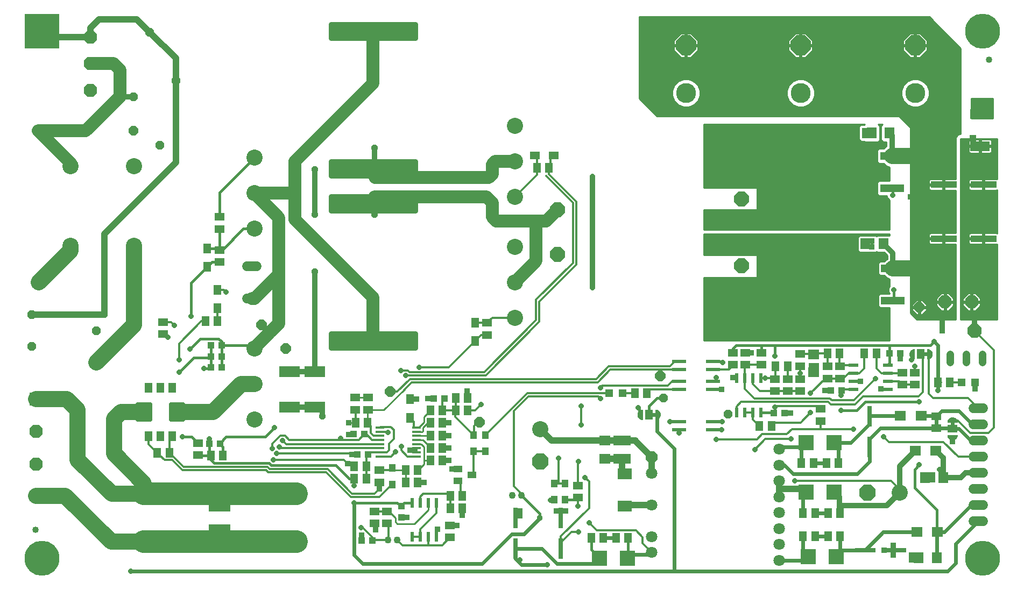
<source format=gtl>
G75*
%MOIN*%
%OFA0B0*%
%FSLAX25Y25*%
%IPPOS*%
%LPD*%
%AMOC8*
5,1,8,0,0,1.08239X$1,22.5*
%
%ADD10C,0.10000*%
%ADD11OC8,0.06000*%
%ADD12OC8,0.08268*%
%ADD13OC8,0.05400*%
%ADD14R,0.08268X0.08268*%
%ADD15C,0.04000*%
%ADD16R,0.05600X0.01400*%
%ADD17R,0.05118X0.05906*%
%ADD18R,0.04331X0.03937*%
%ADD19R,0.05906X0.05118*%
%ADD20R,0.04724X0.05906*%
%ADD21C,0.06000*%
%ADD22R,0.05906X0.04724*%
%ADD23R,0.12598X0.07087*%
%ADD24R,0.00984X0.01969*%
%ADD25C,0.02953*%
%ADD26R,0.14567X0.05118*%
%ADD27R,0.39764X0.35039*%
%ADD28R,0.06299X0.07087*%
%ADD29R,0.08661X0.02362*%
%ADD30C,0.12362*%
%ADD31OC8,0.12362*%
%ADD32OC8,0.08600*%
%ADD33R,0.03543X0.03543*%
%ADD34OC8,0.06496*%
%ADD35R,0.06890X0.05906*%
%ADD36R,0.09449X0.09449*%
%ADD37R,0.03000X0.12800*%
%ADD38R,0.12800X0.03000*%
%ADD39R,0.04724X0.04724*%
%ADD40R,0.08661X0.07087*%
%ADD41R,0.10630X0.06299*%
%ADD42OC8,0.10000*%
%ADD43R,0.03937X0.04724*%
%ADD44C,0.07087*%
%ADD45OC8,0.07087*%
%ADD46R,0.07098X0.06299*%
%ADD47R,0.06102X0.02362*%
%ADD48R,0.02362X0.06102*%
%ADD49R,0.07087X0.06299*%
%ADD50R,0.12000X0.06000*%
%ADD51R,0.16000X0.04300*%
%ADD52OC8,0.09299*%
%ADD53R,0.05000X0.06000*%
%ADD54C,0.02500*%
%ADD55R,0.06000X0.05000*%
%ADD56C,0.00100*%
%ADD57R,0.01000X0.03500*%
%ADD58R,0.01000X0.02000*%
%ADD59R,0.03500X0.01000*%
%ADD60R,0.02000X0.01000*%
%ADD61R,0.13386X0.07480*%
%ADD62C,0.04331*%
%ADD63R,0.03937X0.04331*%
%ADD64R,0.05512X0.03937*%
%ADD65C,0.04800*%
%ADD66C,0.14000*%
%ADD67C,0.04000*%
%ADD68C,0.03200*%
%ADD69C,0.10000*%
%ADD70OC8,0.03962*%
%ADD71R,0.21654X0.21654*%
%ADD72OC8,0.03175*%
%ADD73C,0.02400*%
%ADD74C,0.08000*%
%ADD75C,0.01200*%
%ADD76C,0.01600*%
%ADD77C,0.01000*%
%ADD78R,0.03962X0.03962*%
%ADD79R,0.03569X0.03569*%
%ADD80OC8,0.03569*%
%ADD81R,0.03175X0.03175*%
%ADD82C,0.21654*%
D10*
X0175085Y0112890D03*
X0175085Y0134890D03*
X0175085Y0156890D03*
X0100563Y0220378D03*
X0061193Y0220378D03*
X0061193Y0269591D03*
X0100563Y0269591D03*
X0175085Y0275000D03*
X0175085Y0253000D03*
X0175085Y0231000D03*
X0336503Y0219882D03*
X0336503Y0197882D03*
X0336503Y0175882D03*
X0352227Y0106843D03*
X0574977Y0067343D03*
X0336503Y0250685D03*
X0336503Y0272685D03*
X0336503Y0294685D03*
D11*
X0100328Y0291585D03*
X0041328Y0291585D03*
X0041578Y0197635D03*
X0100578Y0197635D03*
D12*
X0039963Y0105520D03*
X0039963Y0085020D03*
X0039963Y0065520D03*
X0073683Y0316752D03*
X0073683Y0333287D03*
X0073683Y0349823D03*
X0602959Y0185593D03*
X0619495Y0185593D03*
D13*
X0468727Y0116093D03*
X0428727Y0126093D03*
X0116426Y0282850D03*
X0100278Y0312835D03*
X0126426Y0322850D03*
X0110278Y0352835D03*
X0037227Y0177843D03*
X0037227Y0158093D03*
X0077227Y0167843D03*
X0077227Y0148093D03*
D14*
X0039963Y0125520D03*
D15*
X0039570Y0044339D03*
X0630121Y0335677D03*
D16*
X0275427Y0107799D03*
X0275427Y0105240D03*
X0275427Y0102681D03*
X0275427Y0100122D03*
X0275427Y0097563D03*
X0275427Y0095004D03*
X0275427Y0092445D03*
X0275427Y0089886D03*
X0253027Y0089886D03*
X0253027Y0092445D03*
X0253027Y0095004D03*
X0253027Y0097563D03*
X0253027Y0100122D03*
X0253027Y0102681D03*
X0253027Y0105240D03*
X0253027Y0107799D03*
D17*
X0245217Y0110843D03*
X0237737Y0110843D03*
X0236987Y0083843D03*
X0244467Y0083843D03*
X0244467Y0076093D03*
X0236987Y0076093D03*
X0268737Y0073593D03*
X0276217Y0073593D03*
X0276217Y0081343D03*
X0268737Y0081343D03*
X0284237Y0087343D03*
X0291717Y0087343D03*
X0291717Y0095093D03*
X0284237Y0095093D03*
X0284237Y0102843D03*
X0291717Y0102843D03*
X0291717Y0110593D03*
X0284237Y0110593D03*
X0284237Y0118343D03*
X0291717Y0118343D03*
X0299737Y0118343D03*
X0307217Y0118343D03*
X0307217Y0126093D03*
X0299737Y0126093D03*
X0296487Y0065343D03*
X0303967Y0065343D03*
X0303967Y0057593D03*
X0296487Y0057593D03*
X0383737Y0039343D03*
X0391217Y0039343D03*
X0399237Y0039343D03*
X0406717Y0039343D03*
X0514987Y0040343D03*
X0522467Y0040343D03*
X0530487Y0040343D03*
X0537967Y0040343D03*
X0537967Y0054843D03*
X0530487Y0054843D03*
X0522467Y0054843D03*
X0514987Y0054843D03*
X0513987Y0085593D03*
X0521467Y0085593D03*
X0529487Y0085593D03*
X0536967Y0085593D03*
X0495467Y0108593D03*
X0487987Y0108593D03*
X0497987Y0145593D03*
X0505467Y0145593D03*
X0530237Y0153593D03*
X0537717Y0153593D03*
X0552987Y0153593D03*
X0560467Y0153593D03*
X0598487Y0135593D03*
X0605967Y0135593D03*
X0418217Y0129093D03*
X0410737Y0129093D03*
X0357717Y0268593D03*
X0350237Y0268593D03*
X0152217Y0173593D03*
X0144737Y0173593D03*
X0122467Y0092193D03*
X0114987Y0092193D03*
X0148237Y0090343D03*
X0155717Y0090343D03*
D18*
X0153823Y0097593D03*
X0147131Y0097593D03*
X0148131Y0145093D03*
X0154823Y0145093D03*
X0154823Y0151843D03*
X0148131Y0151843D03*
X0148131Y0158593D03*
X0154823Y0158593D03*
X0236631Y0103593D03*
X0243323Y0103593D03*
X0245573Y0091093D03*
X0238881Y0091093D03*
X0286131Y0125593D03*
X0292823Y0125593D03*
X0248323Y0037843D03*
X0241631Y0037843D03*
X0496881Y0116843D03*
X0503573Y0116843D03*
X0532131Y0130593D03*
X0538823Y0130593D03*
X0568631Y0153593D03*
X0575323Y0153593D03*
D19*
X0576477Y0141833D03*
X0584227Y0141833D03*
X0584227Y0134352D03*
X0576477Y0134352D03*
X0597477Y0114833D03*
X0597477Y0107352D03*
X0537977Y0138102D03*
X0530227Y0138102D03*
X0530227Y0145583D03*
X0537977Y0145583D03*
X0513227Y0145852D03*
X0513227Y0153333D03*
X0489227Y0154083D03*
X0489227Y0146602D03*
X0479227Y0146602D03*
X0471477Y0146602D03*
X0471477Y0154083D03*
X0479227Y0154083D03*
X0497727Y0137833D03*
X0505477Y0137833D03*
X0513227Y0137833D03*
X0513227Y0130352D03*
X0505477Y0130352D03*
X0497727Y0130352D03*
X0525977Y0119333D03*
X0525977Y0111852D03*
X0375727Y0071833D03*
X0375727Y0064352D03*
X0296227Y0047083D03*
X0296227Y0039602D03*
X0257227Y0048352D03*
X0257227Y0055833D03*
X0249477Y0055833D03*
X0249477Y0048352D03*
X0252477Y0073852D03*
X0252477Y0081333D03*
X0245477Y0118852D03*
X0237727Y0118852D03*
X0237727Y0126333D03*
X0245477Y0126333D03*
X0319227Y0165102D03*
X0319227Y0172583D03*
X0153477Y0210352D03*
X0153477Y0217833D03*
X0153477Y0230852D03*
X0153477Y0238333D03*
X0118727Y0173083D03*
X0118727Y0165602D03*
X0140227Y0098083D03*
X0140227Y0090602D03*
D20*
X0271477Y0113884D03*
X0271477Y0125301D03*
X0311977Y0161384D03*
X0311977Y0172801D03*
X0152227Y0181634D03*
X0152227Y0193051D03*
X0145977Y0207384D03*
X0145977Y0218801D03*
D21*
X0170585Y0207882D02*
X0176585Y0207882D01*
X0176585Y0187882D02*
X0170585Y0187882D01*
X0620727Y0119593D02*
X0626727Y0119593D01*
X0626727Y0109593D02*
X0620727Y0109593D01*
X0620727Y0099593D02*
X0626727Y0099593D01*
X0626727Y0089593D02*
X0620727Y0089593D01*
X0620727Y0079593D02*
X0626727Y0079593D01*
X0626727Y0069593D02*
X0620727Y0069593D01*
X0620727Y0059593D02*
X0626727Y0059593D01*
X0626727Y0049593D02*
X0620727Y0049593D01*
D22*
X0360436Y0276343D03*
X0349018Y0276343D03*
D23*
X0212727Y0142366D03*
X0196977Y0142366D03*
X0196977Y0120319D03*
X0212727Y0120319D03*
D24*
X0107190Y0037093D03*
X0106264Y0037093D03*
D25*
X0222644Y0157144D02*
X0274810Y0157144D01*
X0222644Y0157144D02*
X0222644Y0166002D01*
X0274810Y0166002D01*
X0274810Y0157144D01*
X0274810Y0160096D02*
X0222644Y0160096D01*
X0222644Y0163048D02*
X0274810Y0163048D01*
X0274810Y0166000D02*
X0222644Y0166000D01*
X0222644Y0242183D02*
X0274810Y0242183D01*
X0222644Y0242183D02*
X0222644Y0251041D01*
X0274810Y0251041D01*
X0274810Y0242183D01*
X0274810Y0245135D02*
X0222644Y0245135D01*
X0222644Y0248087D02*
X0274810Y0248087D01*
X0274810Y0251039D02*
X0222644Y0251039D01*
X0222644Y0272752D02*
X0274810Y0272752D01*
X0274810Y0263894D01*
X0222644Y0263894D01*
X0222644Y0272752D01*
X0222644Y0266846D02*
X0274810Y0266846D01*
X0274810Y0269798D02*
X0222644Y0269798D01*
X0222644Y0272750D02*
X0274810Y0272750D01*
X0274810Y0357791D02*
X0222644Y0357791D01*
X0274810Y0357791D02*
X0274810Y0348933D01*
X0222644Y0348933D01*
X0222644Y0357791D01*
X0222644Y0351885D02*
X0274810Y0351885D01*
X0274810Y0354837D02*
X0222644Y0354837D01*
X0222644Y0357789D02*
X0274810Y0357789D01*
D26*
X0570211Y0276093D03*
X0570211Y0256093D03*
X0570461Y0206343D03*
X0570461Y0186343D03*
D27*
X0530698Y0196343D03*
X0530448Y0266093D03*
D28*
X0557465Y0290343D03*
X0568489Y0290343D03*
X0564739Y0221593D03*
X0553715Y0221593D03*
X0590715Y0076843D03*
X0601739Y0076843D03*
X0597739Y0027093D03*
X0586715Y0027093D03*
D29*
X0459357Y0106343D03*
X0459357Y0111343D03*
X0438097Y0111343D03*
X0438097Y0106343D03*
X0438097Y0131343D03*
X0438097Y0136343D03*
X0438097Y0143593D03*
X0438097Y0148593D03*
X0459357Y0148593D03*
X0459357Y0143593D03*
X0459357Y0136343D03*
X0459357Y0131343D03*
D30*
X0201227Y0066606D03*
X0106727Y0066606D03*
X0442477Y0315079D03*
X0513477Y0315079D03*
X0584477Y0315079D03*
D31*
X0584477Y0344606D03*
X0513477Y0344606D03*
X0442477Y0344606D03*
X0201227Y0037079D03*
X0106727Y0037079D03*
D32*
X0621227Y0167843D03*
D33*
X0601227Y0167843D03*
D34*
X0586977Y0182343D03*
X0426727Y0139843D03*
X0314727Y0111093D03*
X0259227Y0130093D03*
X0194727Y0156843D03*
X0179469Y0171291D03*
D35*
X0575325Y0115093D03*
X0588125Y0115093D03*
X0584575Y0093343D03*
X0597375Y0093343D03*
X0598375Y0043093D03*
X0585575Y0043093D03*
D36*
X0535638Y0027843D03*
X0518316Y0027843D03*
X0517066Y0067843D03*
X0534388Y0067843D03*
X0534388Y0098343D03*
X0517066Y0098343D03*
X0406388Y0026843D03*
X0389066Y0026843D03*
D37*
X0364977Y0032843D03*
X0336977Y0032843D03*
X0336977Y0051843D03*
X0364977Y0051843D03*
X0556227Y0095843D03*
X0556227Y0114843D03*
D38*
X0553477Y0031843D03*
X0572477Y0031843D03*
D39*
X0613343Y0135593D03*
X0621611Y0135593D03*
X0403111Y0129093D03*
X0394843Y0129093D03*
D40*
X0404477Y0079132D03*
X0404477Y0059053D03*
D41*
X0402977Y0088581D03*
X0402977Y0099604D03*
D42*
X0352227Y0086843D03*
X0554977Y0067343D03*
D43*
X0367727Y0062974D03*
X0360977Y0062974D03*
X0360977Y0073211D03*
X0367727Y0073211D03*
X0318227Y0092974D03*
X0310977Y0092974D03*
X0310977Y0103211D03*
X0318227Y0103211D03*
X0260477Y0082711D03*
X0260477Y0072474D03*
D44*
X0421357Y0079578D03*
X0421357Y0059893D03*
X0421357Y0040207D03*
X0421357Y0030365D03*
X0500097Y0035286D03*
X0500097Y0025444D03*
X0500097Y0045129D03*
X0500097Y0054971D03*
X0500097Y0064814D03*
X0500097Y0074656D03*
X0500097Y0084499D03*
X0500097Y0094341D03*
D45*
X0421357Y0089420D03*
D46*
X0392227Y0088494D03*
X0392227Y0099691D03*
D47*
X0546347Y0131323D03*
X0546347Y0136323D03*
X0546347Y0141323D03*
X0546347Y0146323D03*
X0567607Y0146323D03*
X0567607Y0141323D03*
X0567607Y0136323D03*
X0567607Y0131323D03*
D48*
X0488957Y0138472D03*
X0483957Y0138472D03*
X0478957Y0138472D03*
X0473957Y0138472D03*
X0473957Y0117213D03*
X0478957Y0117213D03*
X0483957Y0117213D03*
X0488957Y0117213D03*
X0287997Y0061222D03*
X0282997Y0061222D03*
X0277997Y0061222D03*
X0272997Y0061222D03*
X0272997Y0039963D03*
X0277997Y0039963D03*
X0282997Y0039963D03*
X0287997Y0039963D03*
D49*
X0521727Y0142081D03*
X0521727Y0153104D03*
D50*
X0624727Y0282193D03*
X0624727Y0301993D03*
D51*
X0626777Y0258343D03*
X0602177Y0258343D03*
X0602177Y0224843D03*
X0626777Y0224843D03*
D52*
X0477014Y0222016D03*
X0477014Y0208236D03*
X0477014Y0235795D03*
X0477014Y0249575D03*
X0362841Y0242685D03*
X0362841Y0215126D03*
D53*
X0419477Y0115843D03*
X0587977Y0153343D03*
X0124277Y0132343D03*
X0116977Y0132343D03*
X0109677Y0132343D03*
X0109677Y0102343D03*
X0116977Y0102343D03*
X0124277Y0102343D03*
D54*
X0123527Y0112593D02*
X0131027Y0112593D01*
X0123527Y0112593D02*
X0123527Y0122093D01*
X0131027Y0122093D01*
X0131027Y0112593D01*
X0131027Y0115092D02*
X0123527Y0115092D01*
X0123527Y0117591D02*
X0131027Y0117591D01*
X0131027Y0120090D02*
X0123527Y0120090D01*
X0110427Y0112593D02*
X0102927Y0112593D01*
X0102927Y0122093D01*
X0110427Y0122093D01*
X0110427Y0112593D01*
X0110427Y0115092D02*
X0102927Y0115092D01*
X0102927Y0117591D02*
X0110427Y0117591D01*
X0110427Y0120090D02*
X0102927Y0120090D01*
D55*
X0607477Y0107093D03*
D56*
X0606477Y0109093D02*
X0606477Y0111093D01*
X0604477Y0111093D01*
X0604535Y0111678D01*
X0604705Y0112241D01*
X0604983Y0112759D01*
X0605356Y0113214D01*
X0605810Y0113587D01*
X0606329Y0113864D01*
X0606892Y0114035D01*
X0607477Y0114093D01*
X0608062Y0114035D01*
X0608625Y0113864D01*
X0609144Y0113587D01*
X0609598Y0113214D01*
X0609971Y0112759D01*
X0610249Y0112241D01*
X0610419Y0111678D01*
X0610477Y0111093D01*
X0608477Y0111093D01*
X0608477Y0109093D01*
X0606477Y0109093D01*
X0606477Y0109187D02*
X0608477Y0109187D01*
X0608477Y0109285D02*
X0606477Y0109285D01*
X0606477Y0109384D02*
X0608477Y0109384D01*
X0608477Y0109482D02*
X0606477Y0109482D01*
X0606477Y0109581D02*
X0608477Y0109581D01*
X0608477Y0109679D02*
X0606477Y0109679D01*
X0606477Y0109778D02*
X0608477Y0109778D01*
X0608477Y0109876D02*
X0606477Y0109876D01*
X0606477Y0109975D02*
X0608477Y0109975D01*
X0608477Y0110073D02*
X0606477Y0110073D01*
X0606477Y0110172D02*
X0608477Y0110172D01*
X0608477Y0110270D02*
X0606477Y0110270D01*
X0606477Y0110369D02*
X0608477Y0110369D01*
X0608477Y0110467D02*
X0606477Y0110467D01*
X0606477Y0110566D02*
X0608477Y0110566D01*
X0608477Y0110664D02*
X0606477Y0110664D01*
X0606477Y0110763D02*
X0608477Y0110763D01*
X0608477Y0110861D02*
X0606477Y0110861D01*
X0606477Y0110960D02*
X0608477Y0110960D01*
X0608477Y0111058D02*
X0606477Y0111058D01*
X0604493Y0111255D02*
X0610461Y0111255D01*
X0610471Y0111157D02*
X0604483Y0111157D01*
X0604503Y0111354D02*
X0610451Y0111354D01*
X0610442Y0111452D02*
X0604512Y0111452D01*
X0604522Y0111551D02*
X0610432Y0111551D01*
X0610422Y0111649D02*
X0604532Y0111649D01*
X0604556Y0111748D02*
X0610398Y0111748D01*
X0610368Y0111846D02*
X0604586Y0111846D01*
X0604616Y0111945D02*
X0610338Y0111945D01*
X0610308Y0112043D02*
X0604646Y0112043D01*
X0604675Y0112142D02*
X0610279Y0112142D01*
X0610249Y0112240D02*
X0604705Y0112240D01*
X0604758Y0112339D02*
X0610196Y0112339D01*
X0610143Y0112437D02*
X0604811Y0112437D01*
X0604863Y0112536D02*
X0610091Y0112536D01*
X0610038Y0112634D02*
X0604916Y0112634D01*
X0604969Y0112733D02*
X0609985Y0112733D01*
X0609912Y0112832D02*
X0605042Y0112832D01*
X0605123Y0112930D02*
X0609831Y0112930D01*
X0609750Y0113029D02*
X0605204Y0113029D01*
X0605284Y0113127D02*
X0609670Y0113127D01*
X0609584Y0113226D02*
X0605370Y0113226D01*
X0605490Y0113324D02*
X0609464Y0113324D01*
X0609344Y0113423D02*
X0605610Y0113423D01*
X0605730Y0113521D02*
X0609224Y0113521D01*
X0609083Y0113620D02*
X0605871Y0113620D01*
X0606056Y0113718D02*
X0608898Y0113718D01*
X0608714Y0113817D02*
X0606240Y0113817D01*
X0606497Y0113915D02*
X0608457Y0113915D01*
X0608132Y0114014D02*
X0606822Y0114014D01*
X0604477Y0103093D02*
X0604535Y0102507D01*
X0604705Y0101944D01*
X0604983Y0101426D01*
X0605356Y0100971D01*
X0605810Y0100598D01*
X0606329Y0100321D01*
X0606892Y0100150D01*
X0607477Y0100093D01*
X0608062Y0100150D01*
X0608625Y0100321D01*
X0609144Y0100598D01*
X0609598Y0100971D01*
X0609971Y0101426D01*
X0610249Y0101944D01*
X0610419Y0102507D01*
X0610477Y0103093D01*
X0604477Y0103093D01*
X0604478Y0103079D02*
X0610476Y0103079D01*
X0610466Y0102980D02*
X0604488Y0102980D01*
X0604498Y0102882D02*
X0610456Y0102882D01*
X0610447Y0102783D02*
X0604507Y0102783D01*
X0604517Y0102685D02*
X0610437Y0102685D01*
X0610427Y0102586D02*
X0604527Y0102586D01*
X0604541Y0102488D02*
X0610414Y0102488D01*
X0610384Y0102389D02*
X0604570Y0102389D01*
X0604600Y0102291D02*
X0610354Y0102291D01*
X0610324Y0102192D02*
X0604630Y0102192D01*
X0604660Y0102094D02*
X0610294Y0102094D01*
X0610264Y0101995D02*
X0604690Y0101995D01*
X0604731Y0101897D02*
X0610223Y0101897D01*
X0610171Y0101798D02*
X0604784Y0101798D01*
X0604836Y0101700D02*
X0610118Y0101700D01*
X0610065Y0101601D02*
X0604889Y0101601D01*
X0604942Y0101503D02*
X0610013Y0101503D01*
X0609954Y0101404D02*
X0605000Y0101404D01*
X0605081Y0101306D02*
X0609873Y0101306D01*
X0609792Y0101207D02*
X0605162Y0101207D01*
X0605243Y0101109D02*
X0609711Y0101109D01*
X0609630Y0101010D02*
X0605324Y0101010D01*
X0605428Y0100912D02*
X0609526Y0100912D01*
X0609406Y0100813D02*
X0605548Y0100813D01*
X0605668Y0100715D02*
X0609286Y0100715D01*
X0609166Y0100616D02*
X0605788Y0100616D01*
X0605961Y0100518D02*
X0608993Y0100518D01*
X0608809Y0100419D02*
X0606145Y0100419D01*
X0606330Y0100321D02*
X0608624Y0100321D01*
X0608299Y0100222D02*
X0606655Y0100222D01*
X0607162Y0100124D02*
X0607792Y0100124D01*
X0592562Y0150400D02*
X0591977Y0150343D01*
X0591977Y0152343D01*
X0589977Y0152343D01*
X0589977Y0154343D01*
X0591977Y0154343D01*
X0591977Y0156343D01*
X0592562Y0156285D01*
X0593125Y0156114D01*
X0593644Y0155837D01*
X0594098Y0155464D01*
X0594471Y0155009D01*
X0594749Y0154491D01*
X0594919Y0153928D01*
X0594977Y0153343D01*
X0594919Y0152757D01*
X0594749Y0152194D01*
X0594471Y0151676D01*
X0594098Y0151221D01*
X0593644Y0150848D01*
X0593125Y0150571D01*
X0592562Y0150400D01*
X0592769Y0150463D02*
X0591977Y0150463D01*
X0591977Y0150561D02*
X0593094Y0150561D01*
X0593292Y0150660D02*
X0591977Y0150660D01*
X0591977Y0150758D02*
X0593476Y0150758D01*
X0593654Y0150857D02*
X0591977Y0150857D01*
X0591977Y0150955D02*
X0593774Y0150955D01*
X0593895Y0151054D02*
X0591977Y0151054D01*
X0591977Y0151152D02*
X0594015Y0151152D01*
X0594123Y0151251D02*
X0591977Y0151251D01*
X0591977Y0151349D02*
X0594204Y0151349D01*
X0594284Y0151448D02*
X0591977Y0151448D01*
X0591977Y0151546D02*
X0594365Y0151546D01*
X0594446Y0151645D02*
X0591977Y0151645D01*
X0591977Y0151743D02*
X0594508Y0151743D01*
X0594560Y0151842D02*
X0591977Y0151842D01*
X0591977Y0151941D02*
X0594613Y0151941D01*
X0594666Y0152039D02*
X0591977Y0152039D01*
X0591977Y0152138D02*
X0594718Y0152138D01*
X0594761Y0152236D02*
X0591977Y0152236D01*
X0591977Y0152335D02*
X0594791Y0152335D01*
X0594821Y0152433D02*
X0589977Y0152433D01*
X0589977Y0152532D02*
X0594851Y0152532D01*
X0594881Y0152630D02*
X0589977Y0152630D01*
X0589977Y0152729D02*
X0594911Y0152729D01*
X0594926Y0152827D02*
X0589977Y0152827D01*
X0589977Y0152926D02*
X0594936Y0152926D01*
X0594946Y0153024D02*
X0589977Y0153024D01*
X0589977Y0153123D02*
X0594955Y0153123D01*
X0594965Y0153221D02*
X0589977Y0153221D01*
X0589977Y0153320D02*
X0594975Y0153320D01*
X0594970Y0153418D02*
X0589977Y0153418D01*
X0589977Y0153517D02*
X0594960Y0153517D01*
X0594950Y0153615D02*
X0589977Y0153615D01*
X0589977Y0153714D02*
X0594940Y0153714D01*
X0594931Y0153812D02*
X0589977Y0153812D01*
X0589977Y0153911D02*
X0594921Y0153911D01*
X0594895Y0154009D02*
X0589977Y0154009D01*
X0589977Y0154108D02*
X0594865Y0154108D01*
X0594835Y0154206D02*
X0589977Y0154206D01*
X0589977Y0154305D02*
X0594805Y0154305D01*
X0594775Y0154403D02*
X0591977Y0154403D01*
X0591977Y0154502D02*
X0594743Y0154502D01*
X0594690Y0154600D02*
X0591977Y0154600D01*
X0591977Y0154699D02*
X0594637Y0154699D01*
X0594585Y0154797D02*
X0591977Y0154797D01*
X0591977Y0154896D02*
X0594532Y0154896D01*
X0594479Y0154994D02*
X0591977Y0154994D01*
X0591977Y0155093D02*
X0594403Y0155093D01*
X0594322Y0155191D02*
X0591977Y0155191D01*
X0591977Y0155290D02*
X0594241Y0155290D01*
X0594160Y0155388D02*
X0591977Y0155388D01*
X0591977Y0155487D02*
X0594070Y0155487D01*
X0593950Y0155585D02*
X0591977Y0155585D01*
X0591977Y0155684D02*
X0593830Y0155684D01*
X0593710Y0155782D02*
X0591977Y0155782D01*
X0591977Y0155881D02*
X0593561Y0155881D01*
X0593377Y0155979D02*
X0591977Y0155979D01*
X0591977Y0156078D02*
X0593193Y0156078D01*
X0592920Y0156176D02*
X0591977Y0156176D01*
X0591977Y0156275D02*
X0592595Y0156275D01*
X0592198Y0150364D02*
X0591977Y0150364D01*
X0583977Y0150364D02*
X0583756Y0150364D01*
X0583977Y0150343D02*
X0583392Y0150400D01*
X0582829Y0150571D01*
X0582310Y0150848D01*
X0581856Y0151221D01*
X0581483Y0151676D01*
X0581205Y0152194D01*
X0581035Y0152757D01*
X0580977Y0153343D01*
X0581035Y0153928D01*
X0581205Y0154491D01*
X0581483Y0155009D01*
X0581856Y0155464D01*
X0582310Y0155837D01*
X0582829Y0156114D01*
X0583392Y0156285D01*
X0583977Y0156343D01*
X0583977Y0150343D01*
X0583977Y0150463D02*
X0583185Y0150463D01*
X0582860Y0150561D02*
X0583977Y0150561D01*
X0583977Y0150660D02*
X0582663Y0150660D01*
X0582478Y0150758D02*
X0583977Y0150758D01*
X0583977Y0150857D02*
X0582300Y0150857D01*
X0582180Y0150955D02*
X0583977Y0150955D01*
X0583977Y0151054D02*
X0582060Y0151054D01*
X0581940Y0151152D02*
X0583977Y0151152D01*
X0583977Y0151251D02*
X0581831Y0151251D01*
X0581750Y0151349D02*
X0583977Y0151349D01*
X0583977Y0151448D02*
X0581670Y0151448D01*
X0581589Y0151546D02*
X0583977Y0151546D01*
X0583977Y0151645D02*
X0581508Y0151645D01*
X0581446Y0151743D02*
X0583977Y0151743D01*
X0583977Y0151842D02*
X0581394Y0151842D01*
X0581341Y0151941D02*
X0583977Y0151941D01*
X0583977Y0152039D02*
X0581288Y0152039D01*
X0581236Y0152138D02*
X0583977Y0152138D01*
X0583977Y0152236D02*
X0581193Y0152236D01*
X0581163Y0152335D02*
X0583977Y0152335D01*
X0583977Y0152433D02*
X0581133Y0152433D01*
X0581103Y0152532D02*
X0583977Y0152532D01*
X0583977Y0152630D02*
X0581073Y0152630D01*
X0581043Y0152729D02*
X0583977Y0152729D01*
X0583977Y0152827D02*
X0581028Y0152827D01*
X0581018Y0152926D02*
X0583977Y0152926D01*
X0583977Y0153024D02*
X0581008Y0153024D01*
X0580999Y0153123D02*
X0583977Y0153123D01*
X0583977Y0153221D02*
X0580989Y0153221D01*
X0580979Y0153320D02*
X0583977Y0153320D01*
X0583977Y0153418D02*
X0580984Y0153418D01*
X0580994Y0153517D02*
X0583977Y0153517D01*
X0583977Y0153615D02*
X0581004Y0153615D01*
X0581014Y0153714D02*
X0583977Y0153714D01*
X0583977Y0153812D02*
X0581023Y0153812D01*
X0581033Y0153911D02*
X0583977Y0153911D01*
X0583977Y0154009D02*
X0581059Y0154009D01*
X0581089Y0154108D02*
X0583977Y0154108D01*
X0583977Y0154206D02*
X0581119Y0154206D01*
X0581149Y0154305D02*
X0583977Y0154305D01*
X0583977Y0154403D02*
X0581179Y0154403D01*
X0581211Y0154502D02*
X0583977Y0154502D01*
X0583977Y0154600D02*
X0581264Y0154600D01*
X0581317Y0154699D02*
X0583977Y0154699D01*
X0583977Y0154797D02*
X0581369Y0154797D01*
X0581422Y0154896D02*
X0583977Y0154896D01*
X0583977Y0154994D02*
X0581475Y0154994D01*
X0581551Y0155093D02*
X0583977Y0155093D01*
X0583977Y0155191D02*
X0581632Y0155191D01*
X0581713Y0155290D02*
X0583977Y0155290D01*
X0583977Y0155388D02*
X0581794Y0155388D01*
X0581884Y0155487D02*
X0583977Y0155487D01*
X0583977Y0155585D02*
X0582004Y0155585D01*
X0582124Y0155684D02*
X0583977Y0155684D01*
X0583977Y0155782D02*
X0582244Y0155782D01*
X0582393Y0155881D02*
X0583977Y0155881D01*
X0583977Y0155979D02*
X0582577Y0155979D01*
X0582761Y0156078D02*
X0583977Y0156078D01*
X0583977Y0156176D02*
X0583034Y0156176D01*
X0583359Y0156275D02*
X0583977Y0156275D01*
X0426419Y0116428D02*
X0426477Y0115843D01*
X0426419Y0115257D01*
X0426249Y0114694D01*
X0425971Y0114176D01*
X0425598Y0113721D01*
X0425144Y0113348D01*
X0424625Y0113071D01*
X0424062Y0112900D01*
X0423477Y0112843D01*
X0423477Y0114843D01*
X0421477Y0114843D01*
X0421477Y0116843D01*
X0423477Y0116843D01*
X0423477Y0118843D01*
X0424062Y0118785D01*
X0424625Y0118614D01*
X0425144Y0118337D01*
X0425598Y0117964D01*
X0425971Y0117509D01*
X0426249Y0116991D01*
X0426419Y0116428D01*
X0426424Y0116378D02*
X0421477Y0116378D01*
X0421477Y0116476D02*
X0426405Y0116476D01*
X0426375Y0116575D02*
X0421477Y0116575D01*
X0421477Y0116673D02*
X0426345Y0116673D01*
X0426315Y0116772D02*
X0421477Y0116772D01*
X0421477Y0116279D02*
X0426434Y0116279D01*
X0426444Y0116181D02*
X0421477Y0116181D01*
X0421477Y0116082D02*
X0426453Y0116082D01*
X0426463Y0115984D02*
X0421477Y0115984D01*
X0421477Y0115885D02*
X0426473Y0115885D01*
X0426472Y0115787D02*
X0421477Y0115787D01*
X0421477Y0115688D02*
X0426462Y0115688D01*
X0426452Y0115590D02*
X0421477Y0115590D01*
X0421477Y0115491D02*
X0426442Y0115491D01*
X0426433Y0115393D02*
X0421477Y0115393D01*
X0421477Y0115294D02*
X0426423Y0115294D01*
X0426401Y0115196D02*
X0421477Y0115196D01*
X0421477Y0115097D02*
X0426371Y0115097D01*
X0426341Y0114999D02*
X0421477Y0114999D01*
X0421477Y0114900D02*
X0426311Y0114900D01*
X0426281Y0114802D02*
X0423477Y0114802D01*
X0423477Y0114703D02*
X0426251Y0114703D01*
X0426201Y0114605D02*
X0423477Y0114605D01*
X0423477Y0114506D02*
X0426148Y0114506D01*
X0426095Y0114408D02*
X0423477Y0114408D01*
X0423477Y0114309D02*
X0426043Y0114309D01*
X0425990Y0114211D02*
X0423477Y0114211D01*
X0423477Y0114112D02*
X0425919Y0114112D01*
X0425838Y0114014D02*
X0423477Y0114014D01*
X0423477Y0113915D02*
X0425758Y0113915D01*
X0425677Y0113817D02*
X0423477Y0113817D01*
X0423477Y0113718D02*
X0425595Y0113718D01*
X0425475Y0113620D02*
X0423477Y0113620D01*
X0423477Y0113521D02*
X0425355Y0113521D01*
X0425234Y0113423D02*
X0423477Y0113423D01*
X0423477Y0113324D02*
X0425099Y0113324D01*
X0424914Y0113226D02*
X0423477Y0113226D01*
X0423477Y0113127D02*
X0424730Y0113127D01*
X0424485Y0113029D02*
X0423477Y0113029D01*
X0423477Y0112930D02*
X0424161Y0112930D01*
X0423477Y0116870D02*
X0426285Y0116870D01*
X0426255Y0116969D02*
X0423477Y0116969D01*
X0423477Y0117067D02*
X0426208Y0117067D01*
X0426155Y0117166D02*
X0423477Y0117166D01*
X0423477Y0117265D02*
X0426102Y0117265D01*
X0426050Y0117363D02*
X0423477Y0117363D01*
X0423477Y0117462D02*
X0425997Y0117462D01*
X0425930Y0117560D02*
X0423477Y0117560D01*
X0423477Y0117659D02*
X0425849Y0117659D01*
X0425768Y0117757D02*
X0423477Y0117757D01*
X0423477Y0117856D02*
X0425687Y0117856D01*
X0425606Y0117954D02*
X0423477Y0117954D01*
X0423477Y0118053D02*
X0425490Y0118053D01*
X0425370Y0118151D02*
X0423477Y0118151D01*
X0423477Y0118250D02*
X0425250Y0118250D01*
X0425123Y0118348D02*
X0423477Y0118348D01*
X0423477Y0118447D02*
X0424938Y0118447D01*
X0424754Y0118545D02*
X0423477Y0118545D01*
X0423477Y0118644D02*
X0424528Y0118644D01*
X0424203Y0118742D02*
X0423477Y0118742D01*
X0423477Y0118841D02*
X0423496Y0118841D01*
X0415477Y0118843D02*
X0415477Y0112843D01*
X0414892Y0112900D01*
X0414329Y0113071D01*
X0413810Y0113348D01*
X0413356Y0113721D01*
X0412983Y0114176D01*
X0412705Y0114694D01*
X0412535Y0115257D01*
X0412477Y0115843D01*
X0412535Y0116428D01*
X0412705Y0116991D01*
X0412983Y0117509D01*
X0413356Y0117964D01*
X0413810Y0118337D01*
X0414329Y0118614D01*
X0414892Y0118785D01*
X0415477Y0118843D01*
X0415477Y0118841D02*
X0415459Y0118841D01*
X0415477Y0118742D02*
X0414751Y0118742D01*
X0414426Y0118644D02*
X0415477Y0118644D01*
X0415477Y0118545D02*
X0414200Y0118545D01*
X0414016Y0118447D02*
X0415477Y0118447D01*
X0415477Y0118348D02*
X0413831Y0118348D01*
X0413704Y0118250D02*
X0415477Y0118250D01*
X0415477Y0118151D02*
X0413584Y0118151D01*
X0413464Y0118053D02*
X0415477Y0118053D01*
X0415477Y0117954D02*
X0413348Y0117954D01*
X0413267Y0117856D02*
X0415477Y0117856D01*
X0415477Y0117757D02*
X0413186Y0117757D01*
X0413105Y0117659D02*
X0415477Y0117659D01*
X0415477Y0117560D02*
X0413024Y0117560D01*
X0412957Y0117462D02*
X0415477Y0117462D01*
X0415477Y0117363D02*
X0412904Y0117363D01*
X0412852Y0117265D02*
X0415477Y0117265D01*
X0415477Y0117166D02*
X0412799Y0117166D01*
X0412746Y0117067D02*
X0415477Y0117067D01*
X0415477Y0116969D02*
X0412699Y0116969D01*
X0412669Y0116870D02*
X0415477Y0116870D01*
X0415477Y0116772D02*
X0412639Y0116772D01*
X0412609Y0116673D02*
X0415477Y0116673D01*
X0415477Y0116575D02*
X0412579Y0116575D01*
X0412549Y0116476D02*
X0415477Y0116476D01*
X0415477Y0116378D02*
X0412530Y0116378D01*
X0412520Y0116279D02*
X0415477Y0116279D01*
X0415477Y0116181D02*
X0412510Y0116181D01*
X0412501Y0116082D02*
X0415477Y0116082D01*
X0415477Y0115984D02*
X0412491Y0115984D01*
X0412481Y0115885D02*
X0415477Y0115885D01*
X0415477Y0115787D02*
X0412483Y0115787D01*
X0412492Y0115688D02*
X0415477Y0115688D01*
X0415477Y0115590D02*
X0412502Y0115590D01*
X0412512Y0115491D02*
X0415477Y0115491D01*
X0415477Y0115393D02*
X0412521Y0115393D01*
X0412531Y0115294D02*
X0415477Y0115294D01*
X0415477Y0115196D02*
X0412553Y0115196D01*
X0412583Y0115097D02*
X0415477Y0115097D01*
X0415477Y0114999D02*
X0412613Y0114999D01*
X0412643Y0114900D02*
X0415477Y0114900D01*
X0415477Y0114802D02*
X0412673Y0114802D01*
X0412703Y0114703D02*
X0415477Y0114703D01*
X0415477Y0114605D02*
X0412753Y0114605D01*
X0412806Y0114506D02*
X0415477Y0114506D01*
X0415477Y0114408D02*
X0412859Y0114408D01*
X0412911Y0114309D02*
X0415477Y0114309D01*
X0415477Y0114211D02*
X0412964Y0114211D01*
X0413035Y0114112D02*
X0415477Y0114112D01*
X0415477Y0114014D02*
X0413116Y0114014D01*
X0413197Y0113915D02*
X0415477Y0113915D01*
X0415477Y0113817D02*
X0413277Y0113817D01*
X0413359Y0113718D02*
X0415477Y0113718D01*
X0415477Y0113620D02*
X0413480Y0113620D01*
X0413600Y0113521D02*
X0415477Y0113521D01*
X0415477Y0113423D02*
X0413720Y0113423D01*
X0413855Y0113324D02*
X0415477Y0113324D01*
X0415477Y0113226D02*
X0414040Y0113226D01*
X0414224Y0113127D02*
X0415477Y0113127D01*
X0415477Y0113029D02*
X0414469Y0113029D01*
X0414793Y0112930D02*
X0415477Y0112930D01*
D57*
X0607477Y0112093D03*
D58*
X0607477Y0101343D03*
D59*
X0592977Y0153343D03*
X0424477Y0115843D03*
D60*
X0413727Y0115843D03*
X0582227Y0153343D03*
D61*
X0153477Y0059520D03*
X0153477Y0044165D03*
D62*
X0257774Y0038093D03*
X0263680Y0038093D03*
X0334774Y0065843D03*
X0340680Y0065843D03*
D63*
X0266227Y0058939D03*
X0266227Y0052246D03*
D64*
X0301396Y0074602D03*
X0301396Y0082083D03*
X0310058Y0078343D03*
D65*
X0606227Y0148193D02*
X0606227Y0152993D01*
X0616227Y0152993D02*
X0616227Y0148193D01*
X0626227Y0148193D02*
X0626227Y0152993D01*
D66*
X0201227Y0066606D02*
X0153477Y0066606D01*
X0106727Y0066606D01*
X0106727Y0037079D02*
X0153477Y0037079D01*
X0201227Y0037079D01*
D67*
X0153477Y0037079D02*
X0153477Y0044165D01*
X0153477Y0059520D02*
X0153477Y0066606D01*
X0082227Y0177843D02*
X0037227Y0177843D01*
X0082227Y0177843D02*
X0082227Y0227843D01*
X0126426Y0272041D01*
X0126426Y0322850D01*
X0126426Y0336687D01*
X0110278Y0352835D01*
X0102270Y0360843D01*
X0078977Y0360843D01*
X0073683Y0355549D01*
X0073683Y0349823D01*
X0047077Y0349823D01*
X0043507Y0353394D01*
X0352227Y0106843D02*
X0359379Y0099691D01*
X0392227Y0099691D01*
X0392314Y0099604D01*
X0402977Y0099604D01*
X0402989Y0099593D01*
X0411227Y0099593D01*
X0411227Y0099550D01*
X0421357Y0089420D01*
X0421357Y0079578D01*
X0404477Y0079132D02*
X0402977Y0079382D01*
X0402977Y0088581D01*
X0402890Y0088494D01*
X0392227Y0088494D01*
X0404066Y0059893D02*
X0421357Y0059893D01*
X0404477Y0059053D02*
X0404066Y0059893D01*
X0500097Y0064814D02*
X0500097Y0069343D01*
X0500097Y0074656D01*
X0500347Y0069593D02*
X0514977Y0069593D01*
D68*
X0534388Y0067843D02*
X0537477Y0064754D01*
X0537477Y0059343D01*
X0537477Y0055333D01*
X0537967Y0054843D01*
X0537477Y0059343D02*
X0566977Y0059343D01*
X0574977Y0067343D01*
X0574977Y0069343D01*
X0574977Y0083744D01*
X0584575Y0093343D01*
X0597375Y0093343D02*
X0601739Y0088978D01*
X0601739Y0078604D01*
X0601739Y0076843D01*
X0612977Y0076843D01*
X0615727Y0079593D01*
X0623727Y0079593D01*
X0574977Y0068593D02*
X0574977Y0067343D01*
X0601227Y0167843D02*
X0601227Y0176093D01*
X0600977Y0176343D01*
X0601227Y0176343D01*
X0621227Y0176343D02*
X0621227Y0167843D01*
X0570461Y0206343D02*
X0570461Y0209858D01*
X0570461Y0215870D01*
X0564739Y0221593D01*
X0570211Y0276093D02*
X0570211Y0288620D01*
X0568489Y0290343D01*
X0384477Y0263343D02*
X0384477Y0194343D01*
X0249477Y0239593D02*
X0249477Y0245862D01*
X0248727Y0246612D01*
X0249727Y0263823D02*
X0248727Y0268323D01*
X0249727Y0263823D02*
X0249727Y0281093D01*
X0212727Y0267593D02*
X0212727Y0239843D01*
X0212727Y0204343D02*
X0212727Y0142366D01*
X0196977Y0142366D01*
X0196977Y0120319D02*
X0212727Y0120319D01*
X0216751Y0120319D01*
X0217227Y0119843D01*
X0217227Y0114843D01*
X0199227Y0120319D02*
X0196977Y0120319D01*
X0100278Y0312835D02*
X0091985Y0312835D01*
X0091977Y0312843D01*
D69*
X0100563Y0220378D02*
X0100578Y0220363D01*
X0100578Y0197635D01*
X0100578Y0171444D01*
X0077227Y0148093D01*
X0059050Y0125520D02*
X0039963Y0125520D01*
X0059050Y0125520D02*
X0065727Y0118843D01*
X0065727Y0087843D01*
X0086963Y0066606D01*
X0106727Y0066606D01*
X0106727Y0073093D01*
X0088227Y0091593D01*
X0088227Y0113093D01*
X0092477Y0117343D01*
X0106677Y0117343D01*
X0127277Y0117343D02*
X0149477Y0117343D01*
X0167024Y0134890D01*
X0175085Y0134890D01*
X0086477Y0037093D02*
X0058050Y0065520D01*
X0039963Y0065520D01*
X0086477Y0037093D02*
X0106264Y0037093D01*
X0041578Y0197635D02*
X0061193Y0217250D01*
X0061193Y0220378D01*
X0570461Y0206343D02*
X0585727Y0206343D01*
X0585727Y0206843D01*
X0584727Y0276093D02*
X0570211Y0276093D01*
X0584727Y0276093D02*
X0584727Y0276843D01*
D70*
X0249727Y0281093D03*
X0212727Y0267593D03*
X0212727Y0239843D03*
X0249477Y0239593D03*
X0212727Y0204343D03*
X0082227Y0177843D03*
X0217227Y0114843D03*
D71*
X0043507Y0353394D03*
D72*
X0157727Y0191593D03*
X0135977Y0176593D03*
X0125477Y0171093D03*
X0121467Y0163602D03*
X0135227Y0156343D03*
X0128477Y0149843D03*
X0128477Y0142093D03*
X0143977Y0144343D03*
X0187727Y0107843D03*
X0192727Y0099593D03*
X0190477Y0095593D03*
X0188977Y0091593D03*
X0186227Y0094593D03*
X0186977Y0087593D03*
X0228477Y0101093D03*
X0257977Y0104843D03*
X0266227Y0096093D03*
X0262727Y0092593D03*
X0236977Y0071593D03*
X0236977Y0061093D03*
X0241227Y0045843D03*
X0339477Y0025593D03*
X0356477Y0022843D03*
X0375977Y0043093D03*
X0382477Y0048843D03*
X0375727Y0059093D03*
X0358477Y0062843D03*
X0379977Y0076843D03*
X0375967Y0086593D03*
X0363477Y0088593D03*
X0377477Y0109343D03*
X0377477Y0121093D03*
X0389477Y0125843D03*
X0389477Y0132343D03*
X0412977Y0120093D03*
X0432727Y0111343D03*
X0438227Y0104343D03*
X0461227Y0100343D03*
X0464727Y0106343D03*
X0464977Y0111343D03*
X0485227Y0094093D03*
X0507727Y0100593D03*
X0519727Y0117093D03*
X0519727Y0129093D03*
X0513227Y0141343D03*
X0497727Y0152083D03*
X0491477Y0138343D03*
X0497727Y0120343D03*
X0461227Y0138843D03*
X0465227Y0148093D03*
X0538727Y0127843D03*
X0538727Y0118343D03*
X0546227Y0106843D03*
X0564977Y0102093D03*
X0586977Y0084843D03*
X0599477Y0081843D03*
X0586977Y0123593D03*
X0598727Y0130843D03*
X0584227Y0145593D03*
X0582227Y0149843D03*
X0596227Y0161093D03*
X0559977Y0138093D03*
X0571227Y0193093D03*
X0572477Y0209843D03*
X0570727Y0251843D03*
X0384477Y0263343D03*
X0384477Y0194343D03*
X0277268Y0145134D03*
X0268977Y0140093D03*
X0265977Y0143093D03*
X0315727Y0122093D03*
X0147227Y0100843D03*
X0130477Y0102093D03*
X0098477Y0018843D03*
X0509977Y0074843D03*
D73*
X0508977Y0079093D02*
X0503571Y0084499D01*
X0500097Y0084499D01*
X0500097Y0094341D02*
X0501598Y0095843D01*
X0513727Y0095843D01*
X0513987Y0095583D01*
X0513987Y0085593D01*
X0521467Y0085593D02*
X0529487Y0085593D01*
X0536967Y0085593D02*
X0536967Y0095764D01*
X0534388Y0098343D01*
X0544477Y0098343D01*
X0556227Y0110093D01*
X0556227Y0114843D01*
X0555977Y0117343D01*
X0555977Y0115343D01*
X0556227Y0115093D01*
X0575325Y0115093D01*
X0588125Y0115093D02*
X0597217Y0115093D01*
X0597477Y0114833D01*
X0600737Y0118093D01*
X0611477Y0118093D01*
X0619977Y0109593D01*
X0623727Y0109593D01*
X0623727Y0099593D02*
X0618977Y0099593D01*
X0611477Y0107093D01*
X0607477Y0107093D01*
X0607227Y0107343D01*
X0603487Y0107343D01*
X0597477Y0107352D01*
X0591467Y0107343D01*
X0562977Y0107343D01*
X0556227Y0100593D01*
X0556227Y0095843D01*
X0556227Y0086593D01*
X0548727Y0079093D01*
X0508977Y0079093D01*
X0514977Y0069593D02*
X0514987Y0069583D01*
X0514987Y0065764D01*
X0517066Y0067843D01*
X0514987Y0065764D02*
X0514987Y0054843D01*
X0522467Y0054843D02*
X0530487Y0054843D01*
X0530487Y0040343D02*
X0522467Y0040343D01*
X0514987Y0040343D02*
X0514987Y0031171D01*
X0518316Y0027843D01*
X0515917Y0025444D01*
X0500097Y0025444D01*
X0535638Y0027843D02*
X0537967Y0030171D01*
X0537967Y0030593D01*
X0539217Y0031843D01*
X0553477Y0031843D01*
X0564727Y0043093D01*
X0585575Y0043093D01*
X0597739Y0042457D02*
X0598375Y0043093D01*
X0602727Y0043093D01*
X0619227Y0059593D01*
X0623727Y0059593D01*
X0623727Y0049593D02*
X0609727Y0035593D01*
X0609727Y0023843D01*
X0604477Y0018593D01*
X0435227Y0018593D01*
X0098727Y0018593D01*
X0098477Y0018843D01*
X0236977Y0028593D02*
X0242227Y0023343D01*
X0316227Y0023343D01*
X0334727Y0041843D01*
X0342227Y0041843D01*
X0351977Y0051593D01*
X0362227Y0056093D02*
X0364977Y0056093D01*
X0364977Y0051843D01*
X0364977Y0056093D02*
X0367977Y0056093D01*
X0391217Y0039343D02*
X0399237Y0039343D01*
X0406717Y0029171D02*
X0420163Y0029171D01*
X0421357Y0030365D01*
X0435227Y0018593D02*
X0435227Y0094593D01*
X0424477Y0105343D01*
X0424477Y0115843D01*
X0500097Y0069343D02*
X0500347Y0069593D01*
X0513727Y0095843D02*
X0517727Y0095843D01*
X0517066Y0096504D01*
X0517066Y0098343D01*
X0597375Y0093343D02*
X0597477Y0093343D01*
X0599477Y0081843D02*
X0601739Y0079581D01*
X0601739Y0078604D01*
X0597477Y0107352D02*
X0597487Y0113343D01*
X0598727Y0130843D02*
X0598727Y0135343D01*
X0598727Y0158593D01*
X0596227Y0161093D01*
X0597739Y0042457D02*
X0597739Y0027093D01*
X0572477Y0031843D02*
X0565227Y0031843D01*
X0537967Y0030593D02*
X0537967Y0040343D01*
X0389316Y0027181D02*
X0385477Y0023343D01*
X0362727Y0023343D01*
X0353227Y0032843D01*
X0336977Y0032843D01*
X0336977Y0026343D01*
X0337102Y0026218D01*
X0340477Y0022843D01*
X0356477Y0022843D01*
X0337227Y0032093D02*
X0336977Y0032843D01*
X0389066Y0026843D02*
X0389316Y0027181D01*
X0236977Y0028593D02*
X0236977Y0061093D01*
D74*
X0175085Y0156890D02*
X0175085Y0156951D01*
X0184727Y0166593D01*
X0190227Y0172093D01*
X0190227Y0202843D01*
X0175266Y0187882D01*
X0173585Y0187882D01*
X0190227Y0202843D02*
X0190227Y0237858D01*
X0175085Y0253000D01*
X0200227Y0253000D01*
X0200227Y0272593D01*
X0248727Y0321093D01*
X0248727Y0353362D01*
X0248707Y0347843D01*
X0324320Y0272685D02*
X0322477Y0270843D01*
X0322477Y0264843D01*
X0320227Y0262593D01*
X0249957Y0262593D01*
X0248727Y0268323D01*
X0249707Y0250593D02*
X0248727Y0246612D01*
X0249707Y0250593D02*
X0318977Y0250593D01*
X0322477Y0247093D01*
X0322477Y0238343D01*
X0324977Y0235843D01*
X0349727Y0235843D01*
X0355999Y0235843D01*
X0362841Y0242685D01*
X0349727Y0235843D02*
X0349727Y0211106D01*
X0336503Y0197882D01*
X0248477Y0188343D02*
X0248477Y0161593D01*
X0248477Y0188343D02*
X0200227Y0236593D01*
X0200227Y0253000D01*
X0091977Y0312843D02*
X0091977Y0329343D01*
X0088032Y0333287D01*
X0073683Y0333287D01*
X0091977Y0312843D02*
X0070719Y0291585D01*
X0041328Y0291585D01*
X0061193Y0271720D01*
X0061193Y0269591D01*
X0324320Y0272685D02*
X0336503Y0272685D01*
D75*
X0349018Y0276343D02*
X0350237Y0275124D01*
X0350237Y0268593D01*
X0350237Y0264419D01*
X0336503Y0250685D01*
X0355977Y0263593D02*
X0372477Y0247093D01*
X0372477Y0209843D01*
X0349727Y0187093D01*
X0349727Y0174343D01*
X0317477Y0142093D01*
X0271227Y0142093D01*
X0270227Y0143093D01*
X0265977Y0143093D01*
X0268977Y0140093D02*
X0318477Y0140093D01*
X0351727Y0173343D01*
X0351727Y0185843D01*
X0374727Y0208843D01*
X0374727Y0247843D01*
X0357717Y0264852D01*
X0357717Y0268593D01*
X0357717Y0268352D01*
X0357717Y0268593D02*
X0358727Y0269602D01*
X0358727Y0276093D01*
X0358977Y0276343D01*
X0360436Y0276343D01*
X0336503Y0175882D02*
X0322526Y0175882D01*
X0319227Y0172583D01*
X0312196Y0172583D01*
X0311977Y0172801D01*
X0315696Y0165102D02*
X0311977Y0161384D01*
X0295727Y0145134D01*
X0277268Y0145134D01*
X0271477Y0137843D02*
X0263727Y0130093D01*
X0259227Y0130093D01*
X0267852Y0131218D02*
X0272477Y0135843D01*
X0387977Y0135843D01*
X0395727Y0143593D01*
X0426477Y0143593D01*
X0426727Y0143343D01*
X0426727Y0139843D01*
X0426477Y0143593D02*
X0438097Y0143593D01*
X0438097Y0148593D02*
X0435477Y0148593D01*
X0432477Y0145593D01*
X0394727Y0145593D01*
X0386977Y0137843D01*
X0271477Y0137843D01*
X0271518Y0125343D02*
X0275477Y0125343D01*
X0271518Y0125343D02*
X0271477Y0125301D01*
X0282477Y0125593D02*
X0286131Y0125593D01*
X0291717Y0123949D02*
X0292823Y0125593D01*
X0291717Y0123949D02*
X0291717Y0118343D01*
X0299737Y0118343D01*
X0299727Y0118333D01*
X0299727Y0114343D01*
X0308727Y0105343D01*
X0309538Y0104574D01*
X0310977Y0103211D01*
X0311227Y0103461D01*
X0311227Y0108843D01*
X0313477Y0111093D01*
X0314727Y0111093D01*
X0318227Y0103211D02*
X0344109Y0129093D01*
X0394843Y0129093D01*
X0390727Y0133593D02*
X0389477Y0132343D01*
X0390727Y0133593D02*
X0431227Y0133593D01*
X0433977Y0136343D01*
X0438097Y0136343D01*
X0438097Y0131343D02*
X0418967Y0131343D01*
X0418217Y0129093D01*
X0410737Y0129093D02*
X0403111Y0129093D01*
X0389477Y0125843D02*
X0388227Y0127093D01*
X0344977Y0127093D01*
X0335977Y0118093D01*
X0335977Y0071295D01*
X0340680Y0066593D01*
X0340680Y0065843D01*
X0339727Y0056093D02*
X0336977Y0056093D01*
X0336977Y0053843D02*
X0337727Y0053093D01*
X0339727Y0053093D01*
X0358477Y0062843D02*
X0358609Y0062974D01*
X0360977Y0062974D01*
X0375727Y0064352D02*
X0375727Y0059093D01*
X0382477Y0057843D02*
X0364977Y0040343D01*
X0364977Y0036343D01*
X0371727Y0043093D01*
X0375977Y0043093D01*
X0382477Y0048843D02*
X0387227Y0044093D01*
X0411477Y0044093D01*
X0415727Y0039843D01*
X0415727Y0035995D01*
X0421357Y0030365D01*
X0382477Y0057843D02*
X0382477Y0074343D01*
X0379977Y0076843D01*
X0375727Y0071833D02*
X0375727Y0086352D01*
X0375967Y0086593D01*
X0363477Y0088593D02*
X0363477Y0073711D01*
X0362977Y0073211D01*
X0367727Y0073211D01*
X0362977Y0073211D02*
X0360977Y0073211D01*
X0318227Y0092974D02*
X0310977Y0092974D01*
X0310977Y0079262D01*
X0310058Y0078343D01*
X0302977Y0074593D02*
X0302977Y0066333D01*
X0303967Y0065343D01*
X0296487Y0065343D02*
X0296487Y0057593D01*
X0303967Y0057593D02*
X0303977Y0057583D01*
X0303977Y0053343D01*
X0300477Y0047093D02*
X0300467Y0047083D01*
X0296227Y0047083D01*
X0296227Y0039602D02*
X0291467Y0034843D01*
X0282977Y0034843D01*
X0282997Y0034862D01*
X0282997Y0039963D01*
X0287997Y0039963D02*
X0287997Y0044112D01*
X0288477Y0044593D01*
X0287997Y0054862D02*
X0277977Y0044843D01*
X0277977Y0039982D01*
X0277997Y0039963D01*
X0272997Y0039963D01*
X0266930Y0034843D02*
X0263680Y0038093D01*
X0266930Y0034843D02*
X0282977Y0034843D01*
X0258274Y0038593D02*
X0257774Y0038093D01*
X0248573Y0038093D01*
X0248323Y0037843D01*
X0248323Y0039746D01*
X0242227Y0045843D01*
X0241227Y0045843D01*
X0241727Y0041093D02*
X0241631Y0037843D01*
X0248323Y0037843D02*
X0249073Y0037093D01*
X0250227Y0044343D02*
X0250227Y0047102D01*
X0249477Y0048352D01*
X0249477Y0055833D02*
X0257227Y0055833D01*
X0265881Y0052093D02*
X0266227Y0052246D01*
X0265881Y0052093D02*
X0269727Y0052093D01*
X0258274Y0047305D02*
X0257227Y0048352D01*
X0258274Y0047305D02*
X0258274Y0038593D01*
X0287997Y0054862D02*
X0287997Y0061222D01*
X0295237Y0066593D02*
X0279727Y0066593D01*
X0277997Y0064862D01*
X0277997Y0061222D01*
X0295237Y0066593D02*
X0296487Y0065343D01*
X0301396Y0074602D02*
X0302967Y0074602D01*
X0302977Y0074593D01*
X0301396Y0082083D02*
X0301227Y0082252D01*
X0295727Y0095093D02*
X0291717Y0095093D01*
X0275427Y0095004D02*
X0275427Y0092445D01*
X0275427Y0089886D02*
X0269934Y0089886D01*
X0266227Y0093593D01*
X0266227Y0096093D01*
X0262727Y0092593D02*
X0260020Y0089886D01*
X0253027Y0089886D01*
X0253027Y0092445D02*
X0246926Y0092445D01*
X0245573Y0091093D01*
X0244467Y0089986D01*
X0244467Y0083843D01*
X0244467Y0076093D01*
X0252477Y0073852D02*
X0252477Y0069843D01*
X0249477Y0066843D01*
X0235727Y0066843D01*
X0220477Y0082093D01*
X0184567Y0082093D01*
X0183317Y0083343D01*
X0131317Y0083343D01*
X0122467Y0092193D01*
X0122467Y0100533D01*
X0124277Y0102343D01*
X0114987Y0092193D02*
X0116727Y0090452D01*
X0116727Y0090343D01*
X0119477Y0087593D01*
X0124227Y0087593D01*
X0130477Y0081343D01*
X0182477Y0081343D01*
X0183727Y0080093D01*
X0219477Y0080093D01*
X0234977Y0064593D01*
X0252477Y0064593D01*
X0260359Y0072474D01*
X0260477Y0072474D01*
X0260477Y0073843D01*
X0260727Y0081333D02*
X0252477Y0081333D01*
X0260477Y0081583D02*
X0260727Y0081333D01*
X0260477Y0081583D02*
X0260477Y0082711D01*
X0260477Y0082833D01*
X0257329Y0092445D02*
X0253027Y0092445D01*
X0253027Y0095004D02*
X0191066Y0095004D01*
X0190477Y0095593D01*
X0188977Y0091593D02*
X0234977Y0091593D01*
X0235477Y0091093D01*
X0238881Y0091093D01*
X0235487Y0085343D02*
X0236987Y0083843D01*
X0235487Y0085343D02*
X0232977Y0085343D01*
X0230727Y0087593D01*
X0186977Y0087593D01*
X0186227Y0094593D02*
X0186227Y0097593D01*
X0191227Y0102593D01*
X0194227Y0102593D01*
X0196698Y0100122D01*
X0227507Y0100122D01*
X0228477Y0101093D01*
X0229448Y0100122D01*
X0239853Y0100122D01*
X0243323Y0103593D01*
X0244507Y0103593D01*
X0247977Y0100122D01*
X0253027Y0100122D01*
X0253027Y0097563D02*
X0194757Y0097563D01*
X0192727Y0099593D01*
X0233477Y0103343D02*
X0236381Y0103343D01*
X0236631Y0103593D01*
X0237737Y0110843D02*
X0237737Y0118843D01*
X0237727Y0118852D01*
X0245217Y0118593D02*
X0245477Y0118852D01*
X0245217Y0110843D02*
X0247227Y0108833D01*
X0247227Y0104343D01*
X0248888Y0102681D01*
X0253027Y0102681D01*
X0253027Y0105240D02*
X0257579Y0105240D01*
X0257977Y0104843D01*
X0257727Y0105093D01*
X0259727Y0108093D02*
X0261477Y0106343D01*
X0261477Y0100843D01*
X0258477Y0097843D01*
X0258477Y0093593D01*
X0257329Y0092445D01*
X0259727Y0108093D02*
X0253320Y0108093D01*
X0253027Y0107799D01*
X0271477Y0113884D02*
X0273977Y0111384D01*
X0273977Y0107799D01*
X0291717Y0110593D02*
X0295727Y0110593D01*
X0299737Y0118343D02*
X0299737Y0126093D01*
X0307217Y0126093D02*
X0307227Y0126102D01*
X0306977Y0130343D01*
X0315727Y0122093D02*
X0311977Y0118343D01*
X0307217Y0118343D01*
X0311977Y0161384D02*
X0311977Y0163343D01*
X0315696Y0165102D02*
X0319227Y0165102D01*
X0377477Y0121093D02*
X0377477Y0109343D01*
X0432727Y0111343D02*
X0438097Y0111343D01*
X0438097Y0106343D02*
X0438097Y0104472D01*
X0438227Y0104343D01*
X0459357Y0106343D02*
X0464727Y0106343D01*
X0461227Y0100343D02*
X0486477Y0100343D01*
X0489727Y0103593D01*
X0504977Y0103593D01*
X0508227Y0106843D01*
X0525727Y0106843D01*
X0525977Y0107093D01*
X0525977Y0111852D01*
X0519727Y0117093D02*
X0513477Y0110843D01*
X0495727Y0110843D01*
X0495467Y0110583D01*
X0495467Y0108593D01*
X0487987Y0108593D02*
X0483957Y0112622D01*
X0483957Y0117213D01*
X0478957Y0117213D01*
X0473957Y0117213D02*
X0473957Y0120823D01*
X0476727Y0123593D01*
X0530727Y0123593D01*
X0532227Y0122093D01*
X0547227Y0122093D01*
X0552227Y0127093D01*
X0586727Y0127093D01*
X0589227Y0129593D01*
X0589227Y0150343D01*
X0587977Y0153343D01*
X0592977Y0153343D02*
X0592977Y0128593D01*
X0595477Y0126093D01*
X0617227Y0126093D01*
X0623727Y0119593D01*
X0610977Y0112093D02*
X0618727Y0104343D01*
X0629977Y0104343D01*
X0633227Y0107593D01*
X0633227Y0155843D01*
X0621227Y0167843D01*
X0582227Y0153343D02*
X0582227Y0149843D01*
X0584227Y0145593D02*
X0584227Y0141833D01*
X0576477Y0141833D02*
X0575967Y0141323D01*
X0567607Y0141323D01*
X0563497Y0141323D01*
X0560467Y0144352D01*
X0560467Y0153593D01*
X0552987Y0153593D02*
X0552977Y0154083D01*
X0552977Y0144343D01*
X0549957Y0141323D01*
X0546347Y0141323D01*
X0543207Y0141323D01*
X0539987Y0138102D01*
X0537977Y0138102D01*
X0538737Y0138102D01*
X0537977Y0138102D02*
X0530227Y0138102D01*
X0528737Y0138102D01*
X0519727Y0129093D01*
X0513227Y0130352D02*
X0505477Y0130352D01*
X0497727Y0130352D01*
X0488217Y0130352D01*
X0483977Y0134593D01*
X0483977Y0138453D01*
X0483957Y0138472D01*
X0478957Y0138472D02*
X0478957Y0131862D01*
X0484977Y0125843D01*
X0531727Y0125843D01*
X0532977Y0124593D01*
X0546477Y0124593D01*
X0559977Y0138093D01*
X0567607Y0136323D02*
X0574507Y0136323D01*
X0576477Y0134352D01*
X0584227Y0134352D01*
X0576467Y0141823D02*
X0576477Y0141833D01*
X0575227Y0153496D02*
X0575323Y0153593D01*
X0598487Y0135593D02*
X0600477Y0135593D01*
X0598727Y0135343D01*
X0605967Y0135593D02*
X0613343Y0135593D01*
X0621611Y0135593D02*
X0621611Y0131976D01*
X0621477Y0131843D01*
X0610977Y0112093D02*
X0607477Y0112093D01*
X0607477Y0101343D02*
X0607477Y0099093D01*
X0601977Y0098843D02*
X0568227Y0098843D01*
X0564977Y0102093D01*
X0546227Y0106843D02*
X0525727Y0106843D01*
X0507727Y0100593D02*
X0491727Y0100593D01*
X0485227Y0094093D01*
X0464977Y0111343D02*
X0459357Y0111343D01*
X0459357Y0131343D02*
X0464727Y0131343D01*
X0460977Y0136343D02*
X0461227Y0136593D01*
X0461227Y0138843D01*
X0460977Y0136343D02*
X0459357Y0136343D01*
X0459357Y0143593D02*
X0469217Y0143593D01*
X0471477Y0146602D01*
X0465227Y0148093D02*
X0464727Y0148593D01*
X0459357Y0148593D01*
X0471477Y0138593D02*
X0471597Y0138472D01*
X0473957Y0138472D01*
X0478957Y0138472D02*
X0478957Y0145583D01*
X0479227Y0146602D01*
X0489227Y0146602D01*
X0497987Y0145593D02*
X0497987Y0138093D01*
X0497727Y0137833D01*
X0497217Y0138343D01*
X0491477Y0138343D01*
X0489087Y0138343D01*
X0488957Y0138472D01*
X0505477Y0137833D02*
X0505477Y0145583D01*
X0505467Y0145593D01*
X0513227Y0145852D02*
X0513227Y0141343D01*
X0513227Y0137833D01*
X0521727Y0142081D02*
X0520227Y0146093D01*
X0530227Y0145583D02*
X0530227Y0153583D01*
X0530237Y0153593D01*
X0522215Y0153593D01*
X0521727Y0153104D01*
X0521499Y0153333D01*
X0513227Y0153333D01*
X0537717Y0153593D02*
X0537717Y0145843D01*
X0537977Y0145583D01*
X0538717Y0146323D01*
X0546347Y0146323D01*
X0539217Y0146823D02*
X0537977Y0145583D01*
X0546367Y0136843D02*
X0546347Y0136323D01*
X0550707Y0136323D01*
X0550727Y0136343D01*
X0546347Y0131323D02*
X0539554Y0131323D01*
X0538823Y0130593D01*
X0532131Y0130593D02*
X0528727Y0130593D01*
X0524217Y0121093D02*
X0525977Y0119333D01*
X0524217Y0121093D02*
X0498977Y0121093D01*
X0498227Y0120343D01*
X0497727Y0120343D01*
X0482977Y0154093D02*
X0479227Y0154083D01*
X0601977Y0098843D02*
X0611227Y0089593D01*
X0623727Y0089593D01*
X0574977Y0069343D02*
X0569477Y0074843D01*
X0509977Y0074843D01*
X0364977Y0036343D02*
X0364977Y0032843D01*
X0364977Y0027843D01*
X0365227Y0027593D01*
X0339477Y0025593D02*
X0337727Y0025593D01*
X0337102Y0026218D01*
X0336977Y0032843D02*
X0336977Y0035593D01*
X0175719Y0157524D02*
X0175085Y0156890D01*
X0184727Y0166593D02*
X0180028Y0171291D01*
X0179469Y0171291D01*
X0152217Y0173593D02*
X0152217Y0181624D01*
X0152227Y0181634D01*
X0144737Y0173593D02*
X0142227Y0173593D01*
X0128477Y0159843D01*
X0128477Y0149843D01*
X0118727Y0165602D02*
X0118477Y0165612D01*
X0118727Y0173083D02*
X0123487Y0173083D01*
X0125477Y0171093D01*
X0118727Y0173083D02*
X0118467Y0174843D01*
X0152227Y0193051D02*
X0156268Y0193051D01*
X0157727Y0191593D01*
X0109677Y0102343D02*
X0109677Y0097502D01*
X0114987Y0092193D01*
X0553227Y0288843D02*
X0554727Y0290343D01*
X0557465Y0290343D01*
X0556965Y0292343D01*
X0553727Y0292343D01*
X0553227Y0291843D01*
D76*
X0570211Y0256093D02*
X0570727Y0255577D01*
X0570727Y0251843D01*
X0557727Y0223343D02*
X0557727Y0219843D01*
X0553715Y0221593D01*
X0571227Y0193093D02*
X0571227Y0187108D01*
X0570461Y0186343D01*
X0570227Y0186577D01*
X0568727Y0158843D02*
X0593977Y0158843D01*
X0596227Y0161093D01*
X0575227Y0153496D02*
X0575227Y0150343D01*
X0568631Y0147846D02*
X0567607Y0146323D01*
X0568631Y0147846D02*
X0568631Y0153593D01*
X0568727Y0153689D01*
X0568727Y0158843D01*
X0497727Y0158843D01*
X0497727Y0152083D01*
X0489227Y0154083D02*
X0489227Y0158843D01*
X0497727Y0158843D01*
X0489227Y0158843D02*
X0473477Y0158843D01*
X0471477Y0156843D01*
X0471477Y0154083D01*
X0428727Y0126093D02*
X0424477Y0126093D01*
X0419477Y0121093D01*
X0419477Y0115843D01*
X0413727Y0115843D02*
X0413727Y0119343D01*
X0412977Y0120093D01*
X0488957Y0117213D02*
X0496510Y0117213D01*
X0496881Y0116843D01*
X0497727Y0117189D01*
X0497727Y0120343D01*
X0503477Y0116939D02*
X0503573Y0116843D01*
X0503477Y0116939D02*
X0507227Y0116843D01*
X0538727Y0118343D02*
X0548227Y0118343D01*
X0553477Y0123593D01*
X0586977Y0123593D01*
X0567607Y0131323D02*
X0567377Y0131593D01*
X0563227Y0131593D01*
X0538823Y0130593D02*
X0538823Y0127939D01*
X0538727Y0127843D01*
X0586977Y0084843D02*
X0586977Y0084593D01*
X0584227Y0081843D01*
X0584227Y0070343D01*
X0597977Y0056593D01*
X0597977Y0043490D01*
X0598375Y0043093D01*
X0586715Y0027093D02*
X0583727Y0027093D01*
X0582227Y0025593D01*
X0572477Y0031843D02*
X0570977Y0030343D01*
X0570977Y0028843D01*
X0590715Y0076843D02*
X0592215Y0078343D01*
X0595227Y0078343D01*
X0406717Y0039343D02*
X0406717Y0029171D01*
X0406388Y0026843D01*
X0389066Y0026843D02*
X0383737Y0032171D01*
X0383737Y0039343D01*
X0351977Y0051593D02*
X0351977Y0054545D01*
X0340680Y0065843D01*
X0336977Y0056093D02*
X0336977Y0053843D01*
X0336977Y0051843D01*
X0367727Y0062974D02*
X0374349Y0062974D01*
X0375727Y0064352D01*
X0280227Y0073593D02*
X0276217Y0073593D01*
X0272997Y0061222D02*
X0268010Y0061222D01*
X0266227Y0058939D01*
X0263573Y0061093D01*
X0236977Y0061093D01*
X0236977Y0071593D02*
X0236987Y0071852D01*
X0236987Y0076093D01*
X0233977Y0076093D01*
X0225727Y0084343D01*
X0185477Y0084343D01*
X0184227Y0085593D01*
X0150227Y0085593D01*
X0148237Y0087583D01*
X0148237Y0090343D01*
X0140487Y0090343D01*
X0140227Y0090602D01*
X0147131Y0091449D02*
X0148237Y0090343D01*
X0147131Y0091449D02*
X0147131Y0097593D01*
X0147227Y0097689D01*
X0147227Y0100843D01*
X0153823Y0098189D02*
X0157727Y0102093D01*
X0181977Y0102093D01*
X0187727Y0107843D01*
X0155717Y0095699D02*
X0155717Y0090343D01*
X0155717Y0095699D02*
X0153823Y0097593D01*
X0153823Y0098189D01*
X0140227Y0098083D02*
X0136217Y0102093D01*
X0130477Y0102093D01*
X0139487Y0098083D02*
X0140227Y0098083D01*
X0128477Y0142093D02*
X0137477Y0151093D01*
X0147977Y0151093D01*
X0148131Y0151246D01*
X0148131Y0151843D01*
X0148131Y0145093D01*
X0147381Y0144343D01*
X0143977Y0144343D01*
X0148131Y0151843D02*
X0148131Y0158593D01*
X0152977Y0162843D02*
X0154823Y0160996D01*
X0154823Y0158593D01*
X0173383Y0158593D01*
X0175085Y0156890D01*
X0154823Y0158593D02*
X0154823Y0151843D01*
X0154823Y0145093D01*
X0141727Y0162843D02*
X0135227Y0156343D01*
X0141727Y0162843D02*
X0152977Y0162843D01*
X0135977Y0176593D02*
X0135977Y0197384D01*
X0145977Y0207384D01*
X0148946Y0210352D01*
X0153477Y0210352D01*
X0153477Y0217833D02*
X0152509Y0218801D01*
X0145977Y0218801D01*
X0153477Y0217833D02*
X0153477Y0230852D01*
X0153477Y0238333D02*
X0153477Y0253392D01*
X0175085Y0275000D01*
X0175085Y0231000D02*
X0168385Y0231000D01*
X0155217Y0217833D01*
X0153477Y0217833D01*
X0117967Y0166843D02*
X0118727Y0165602D01*
X0117967Y0166843D02*
X0121467Y0163602D01*
X0271727Y0093593D02*
X0275227Y0093593D01*
X0619977Y0282343D02*
X0620227Y0282343D01*
X0624577Y0282343D01*
X0624727Y0282193D01*
X0620227Y0282343D02*
X0620227Y0287093D01*
D77*
X0618556Y0286493D02*
X0618225Y0286404D01*
X0617929Y0286233D01*
X0617687Y0285991D01*
X0617516Y0285694D01*
X0617427Y0285364D01*
X0617427Y0282692D01*
X0624227Y0282692D01*
X0624227Y0281693D01*
X0617427Y0281693D01*
X0617427Y0279021D01*
X0617516Y0278691D01*
X0617687Y0278394D01*
X0617929Y0278152D01*
X0618225Y0277981D01*
X0618556Y0277893D01*
X0624227Y0277893D01*
X0624227Y0281692D01*
X0625227Y0281692D01*
X0625227Y0277893D01*
X0630898Y0277893D01*
X0631229Y0277981D01*
X0631525Y0278152D01*
X0631767Y0278394D01*
X0631938Y0278691D01*
X0632027Y0279021D01*
X0632027Y0281693D01*
X0625227Y0281693D01*
X0625227Y0282692D01*
X0632027Y0282692D01*
X0632027Y0285364D01*
X0631938Y0285694D01*
X0631767Y0285991D01*
X0631525Y0286233D01*
X0631229Y0286404D01*
X0630898Y0286493D01*
X0625227Y0286493D01*
X0625227Y0282693D01*
X0624227Y0282693D01*
X0624227Y0286493D01*
X0618556Y0286493D01*
X0618340Y0286435D02*
X0612727Y0286435D01*
X0612727Y0286843D02*
X0635266Y0286843D01*
X0635266Y0261707D01*
X0634948Y0261793D01*
X0627277Y0261793D01*
X0627277Y0258843D01*
X0626277Y0258843D01*
X0626277Y0261793D01*
X0618606Y0261793D01*
X0618275Y0261704D01*
X0617979Y0261533D01*
X0617737Y0261291D01*
X0617566Y0260994D01*
X0617477Y0260664D01*
X0617477Y0258842D01*
X0626277Y0258842D01*
X0626277Y0257843D01*
X0617477Y0257843D01*
X0617477Y0256021D01*
X0617566Y0255691D01*
X0617737Y0255394D01*
X0617979Y0255152D01*
X0618275Y0254981D01*
X0618606Y0254893D01*
X0626277Y0254893D01*
X0626277Y0257842D01*
X0627277Y0257842D01*
X0627277Y0254893D01*
X0634948Y0254893D01*
X0635266Y0254978D01*
X0635266Y0228207D01*
X0634948Y0228293D01*
X0627277Y0228293D01*
X0627277Y0225343D01*
X0626277Y0225343D01*
X0626277Y0228293D01*
X0618606Y0228293D01*
X0618275Y0228204D01*
X0617979Y0228033D01*
X0617737Y0227791D01*
X0617566Y0227494D01*
X0617477Y0227164D01*
X0617477Y0225342D01*
X0626277Y0225342D01*
X0626277Y0224343D01*
X0617477Y0224343D01*
X0617477Y0222521D01*
X0617566Y0222191D01*
X0617737Y0221894D01*
X0617979Y0221652D01*
X0618275Y0221481D01*
X0618606Y0221393D01*
X0626277Y0221393D01*
X0626277Y0224342D01*
X0627277Y0224342D01*
X0627277Y0221393D01*
X0634948Y0221393D01*
X0635266Y0221478D01*
X0635266Y0174843D01*
X0612727Y0174843D01*
X0612727Y0286843D01*
X0612727Y0285436D02*
X0617446Y0285436D01*
X0617427Y0284438D02*
X0612727Y0284438D01*
X0612727Y0283439D02*
X0617427Y0283439D01*
X0617427Y0281442D02*
X0612727Y0281442D01*
X0612727Y0280444D02*
X0617427Y0280444D01*
X0617427Y0279445D02*
X0612727Y0279445D01*
X0612727Y0278447D02*
X0617657Y0278447D01*
X0612727Y0277448D02*
X0635266Y0277448D01*
X0635266Y0276450D02*
X0612727Y0276450D01*
X0612727Y0275451D02*
X0635266Y0275451D01*
X0635266Y0274452D02*
X0612727Y0274452D01*
X0612727Y0273454D02*
X0635266Y0273454D01*
X0635266Y0272455D02*
X0612727Y0272455D01*
X0612727Y0271457D02*
X0635266Y0271457D01*
X0635266Y0270458D02*
X0612727Y0270458D01*
X0612727Y0269460D02*
X0635266Y0269460D01*
X0635266Y0268461D02*
X0612727Y0268461D01*
X0612727Y0267463D02*
X0635266Y0267463D01*
X0635266Y0266464D02*
X0612727Y0266464D01*
X0612727Y0265466D02*
X0635266Y0265466D01*
X0635266Y0264467D02*
X0612727Y0264467D01*
X0612727Y0263469D02*
X0635266Y0263469D01*
X0635266Y0262470D02*
X0612727Y0262470D01*
X0612727Y0261472D02*
X0617918Y0261472D01*
X0617477Y0260473D02*
X0612727Y0260473D01*
X0612727Y0259475D02*
X0617477Y0259475D01*
X0617477Y0257478D02*
X0612727Y0257478D01*
X0612727Y0258476D02*
X0626277Y0258476D01*
X0626277Y0257478D02*
X0627277Y0257478D01*
X0627277Y0256479D02*
X0626277Y0256479D01*
X0626277Y0255481D02*
X0627277Y0255481D01*
X0627277Y0259475D02*
X0626277Y0259475D01*
X0626277Y0260473D02*
X0627277Y0260473D01*
X0627277Y0261472D02*
X0626277Y0261472D01*
X0617477Y0256479D02*
X0612727Y0256479D01*
X0612727Y0255481D02*
X0617687Y0255481D01*
X0612727Y0254482D02*
X0635266Y0254482D01*
X0635266Y0253484D02*
X0612727Y0253484D01*
X0612727Y0252485D02*
X0635266Y0252485D01*
X0635266Y0251487D02*
X0612727Y0251487D01*
X0612727Y0250488D02*
X0635266Y0250488D01*
X0635266Y0249490D02*
X0612727Y0249490D01*
X0612727Y0248491D02*
X0635266Y0248491D01*
X0635266Y0247493D02*
X0612727Y0247493D01*
X0612727Y0246494D02*
X0635266Y0246494D01*
X0635266Y0245496D02*
X0612727Y0245496D01*
X0612727Y0244497D02*
X0635266Y0244497D01*
X0635266Y0243499D02*
X0612727Y0243499D01*
X0612727Y0242500D02*
X0635266Y0242500D01*
X0635266Y0241502D02*
X0612727Y0241502D01*
X0612727Y0240503D02*
X0635266Y0240503D01*
X0635266Y0239505D02*
X0612727Y0239505D01*
X0612727Y0238506D02*
X0635266Y0238506D01*
X0635266Y0237508D02*
X0612727Y0237508D01*
X0612727Y0236509D02*
X0635266Y0236509D01*
X0635266Y0235511D02*
X0612727Y0235511D01*
X0612727Y0234512D02*
X0635266Y0234512D01*
X0635266Y0233514D02*
X0612727Y0233514D01*
X0612727Y0232515D02*
X0635266Y0232515D01*
X0635266Y0231516D02*
X0612727Y0231516D01*
X0612727Y0230518D02*
X0635266Y0230518D01*
X0635266Y0229519D02*
X0612727Y0229519D01*
X0612727Y0228521D02*
X0635266Y0228521D01*
X0627277Y0227522D02*
X0626277Y0227522D01*
X0626277Y0226524D02*
X0627277Y0226524D01*
X0627277Y0225525D02*
X0626277Y0225525D01*
X0626277Y0224527D02*
X0612727Y0224527D01*
X0612727Y0225525D02*
X0617477Y0225525D01*
X0617477Y0226524D02*
X0612727Y0226524D01*
X0612727Y0227522D02*
X0617582Y0227522D01*
X0617477Y0223528D02*
X0612727Y0223528D01*
X0612727Y0222530D02*
X0617477Y0222530D01*
X0618188Y0221531D02*
X0612727Y0221531D01*
X0612727Y0220533D02*
X0635266Y0220533D01*
X0635266Y0219534D02*
X0612727Y0219534D01*
X0612727Y0218536D02*
X0635266Y0218536D01*
X0635266Y0217537D02*
X0612727Y0217537D01*
X0612727Y0216539D02*
X0635266Y0216539D01*
X0635266Y0215540D02*
X0612727Y0215540D01*
X0612727Y0214542D02*
X0635266Y0214542D01*
X0635266Y0213543D02*
X0612727Y0213543D01*
X0612727Y0212545D02*
X0635266Y0212545D01*
X0635266Y0211546D02*
X0612727Y0211546D01*
X0612727Y0210548D02*
X0635266Y0210548D01*
X0635266Y0209549D02*
X0612727Y0209549D01*
X0612727Y0208551D02*
X0635266Y0208551D01*
X0635266Y0207552D02*
X0612727Y0207552D01*
X0612727Y0206554D02*
X0635266Y0206554D01*
X0635266Y0205555D02*
X0612727Y0205555D01*
X0612727Y0204557D02*
X0635266Y0204557D01*
X0635266Y0203558D02*
X0612727Y0203558D01*
X0612727Y0202560D02*
X0635266Y0202560D01*
X0635266Y0201561D02*
X0612727Y0201561D01*
X0612727Y0200563D02*
X0635266Y0200563D01*
X0635266Y0199564D02*
X0612727Y0199564D01*
X0612727Y0198566D02*
X0635266Y0198566D01*
X0635266Y0197567D02*
X0612727Y0197567D01*
X0612727Y0196569D02*
X0635266Y0196569D01*
X0635266Y0195570D02*
X0612727Y0195570D01*
X0612727Y0194572D02*
X0635266Y0194572D01*
X0635266Y0193573D02*
X0612727Y0193573D01*
X0612727Y0192575D02*
X0635266Y0192575D01*
X0635266Y0191576D02*
X0612727Y0191576D01*
X0612727Y0190578D02*
X0616795Y0190578D01*
X0617244Y0191026D02*
X0614061Y0187843D01*
X0614061Y0186092D01*
X0618995Y0186092D01*
X0618995Y0185093D01*
X0614061Y0185093D01*
X0614061Y0183342D01*
X0617244Y0180159D01*
X0618995Y0180159D01*
X0618995Y0185092D01*
X0619995Y0185092D01*
X0619995Y0180159D01*
X0621746Y0180159D01*
X0624929Y0183342D01*
X0624929Y0185093D01*
X0619995Y0185093D01*
X0619995Y0186092D01*
X0624929Y0186092D01*
X0624929Y0187843D01*
X0621746Y0191026D01*
X0619995Y0191026D01*
X0619995Y0186093D01*
X0618995Y0186093D01*
X0618995Y0191026D01*
X0617244Y0191026D01*
X0618995Y0190578D02*
X0619995Y0190578D01*
X0619995Y0189579D02*
X0618995Y0189579D01*
X0618995Y0188581D02*
X0619995Y0188581D01*
X0619995Y0187582D02*
X0618995Y0187582D01*
X0618995Y0186583D02*
X0619995Y0186583D01*
X0619995Y0185585D02*
X0635266Y0185585D01*
X0635266Y0186583D02*
X0624929Y0186583D01*
X0624929Y0187582D02*
X0635266Y0187582D01*
X0635266Y0188581D02*
X0624191Y0188581D01*
X0623193Y0189579D02*
X0635266Y0189579D01*
X0635266Y0190578D02*
X0622194Y0190578D01*
X0615797Y0189579D02*
X0612727Y0189579D01*
X0612727Y0188581D02*
X0614798Y0188581D01*
X0614061Y0187582D02*
X0612727Y0187582D01*
X0612727Y0186583D02*
X0614061Y0186583D01*
X0612727Y0185585D02*
X0618995Y0185585D01*
X0618995Y0184586D02*
X0619995Y0184586D01*
X0619995Y0183588D02*
X0618995Y0183588D01*
X0618995Y0182589D02*
X0619995Y0182589D01*
X0619995Y0181591D02*
X0618995Y0181591D01*
X0618995Y0180592D02*
X0619995Y0180592D01*
X0622179Y0180592D02*
X0635266Y0180592D01*
X0635266Y0179594D02*
X0612727Y0179594D01*
X0612727Y0180592D02*
X0616810Y0180592D01*
X0615812Y0181591D02*
X0612727Y0181591D01*
X0612727Y0182589D02*
X0614813Y0182589D01*
X0614061Y0183588D02*
X0612727Y0183588D01*
X0612727Y0184586D02*
X0614061Y0184586D01*
X0609727Y0184586D02*
X0608393Y0184586D01*
X0608393Y0185093D02*
X0603459Y0185093D01*
X0603459Y0186092D01*
X0608393Y0186092D01*
X0608393Y0187843D01*
X0605210Y0191026D01*
X0603459Y0191026D01*
X0603459Y0186093D01*
X0602459Y0186093D01*
X0602459Y0191026D01*
X0600709Y0191026D01*
X0597525Y0187843D01*
X0597525Y0186092D01*
X0602459Y0186092D01*
X0602459Y0185093D01*
X0597525Y0185093D01*
X0597525Y0183342D01*
X0600709Y0180159D01*
X0602459Y0180159D01*
X0602459Y0185092D01*
X0603459Y0185092D01*
X0603459Y0180159D01*
X0605210Y0180159D01*
X0608393Y0183342D01*
X0608393Y0185093D01*
X0609727Y0185585D02*
X0603459Y0185585D01*
X0603459Y0186583D02*
X0602459Y0186583D01*
X0602459Y0185585D02*
X0590166Y0185585D01*
X0589168Y0186583D02*
X0597525Y0186583D01*
X0597525Y0187582D02*
X0581727Y0187582D01*
X0581727Y0188581D02*
X0598263Y0188581D01*
X0599261Y0189579D02*
X0581727Y0189579D01*
X0581727Y0190578D02*
X0600260Y0190578D01*
X0602459Y0190578D02*
X0603459Y0190578D01*
X0603459Y0189579D02*
X0602459Y0189579D01*
X0602459Y0188581D02*
X0603459Y0188581D01*
X0603459Y0187582D02*
X0602459Y0187582D01*
X0602459Y0184586D02*
X0603459Y0184586D01*
X0603459Y0183588D02*
X0602459Y0183588D01*
X0602459Y0182589D02*
X0603459Y0182589D01*
X0603459Y0181591D02*
X0602459Y0181591D01*
X0602459Y0180592D02*
X0603459Y0180592D01*
X0605644Y0180592D02*
X0609727Y0180592D01*
X0609727Y0179594D02*
X0590660Y0179594D01*
X0591525Y0180459D02*
X0588861Y0177794D01*
X0587477Y0177794D01*
X0587477Y0181842D01*
X0586477Y0181842D01*
X0586477Y0177794D01*
X0585093Y0177794D01*
X0582429Y0180459D01*
X0582429Y0181843D01*
X0586477Y0181843D01*
X0586477Y0182842D01*
X0582429Y0182842D01*
X0582429Y0184226D01*
X0585093Y0186891D01*
X0586477Y0186891D01*
X0586477Y0182843D01*
X0587477Y0182843D01*
X0587477Y0186891D01*
X0588861Y0186891D01*
X0591525Y0184226D01*
X0591525Y0182842D01*
X0587477Y0182842D01*
X0587477Y0181843D01*
X0591525Y0181843D01*
X0591525Y0180459D01*
X0591525Y0180592D02*
X0600275Y0180592D01*
X0599276Y0181591D02*
X0591525Y0181591D01*
X0591525Y0183588D02*
X0597525Y0183588D01*
X0597525Y0184586D02*
X0591165Y0184586D01*
X0587477Y0184586D02*
X0586477Y0184586D01*
X0586477Y0183588D02*
X0587477Y0183588D01*
X0587477Y0182589D02*
X0598278Y0182589D01*
X0606642Y0181591D02*
X0609727Y0181591D01*
X0609727Y0182589D02*
X0607641Y0182589D01*
X0608393Y0183588D02*
X0609727Y0183588D01*
X0609727Y0186583D02*
X0608393Y0186583D01*
X0608393Y0187582D02*
X0609727Y0187582D01*
X0609727Y0188581D02*
X0607656Y0188581D01*
X0606657Y0189579D02*
X0609727Y0189579D01*
X0609727Y0190578D02*
X0605659Y0190578D01*
X0609727Y0191576D02*
X0581727Y0191576D01*
X0581727Y0192575D02*
X0609727Y0192575D01*
X0609727Y0193573D02*
X0581727Y0193573D01*
X0581727Y0194572D02*
X0609727Y0194572D01*
X0609727Y0195570D02*
X0581727Y0195570D01*
X0581727Y0196569D02*
X0609727Y0196569D01*
X0609727Y0197567D02*
X0581727Y0197567D01*
X0581727Y0198566D02*
X0609727Y0198566D01*
X0609727Y0199564D02*
X0581727Y0199564D01*
X0581727Y0200563D02*
X0609727Y0200563D01*
X0609727Y0201561D02*
X0581727Y0201561D01*
X0581727Y0202560D02*
X0609727Y0202560D01*
X0609727Y0203558D02*
X0581727Y0203558D01*
X0581727Y0204557D02*
X0609727Y0204557D01*
X0609727Y0205555D02*
X0581727Y0205555D01*
X0581727Y0206554D02*
X0609727Y0206554D01*
X0609727Y0207552D02*
X0581727Y0207552D01*
X0581727Y0208551D02*
X0609727Y0208551D01*
X0609727Y0209549D02*
X0581727Y0209549D01*
X0581727Y0210548D02*
X0609727Y0210548D01*
X0609727Y0211546D02*
X0581727Y0211546D01*
X0581727Y0212545D02*
X0609727Y0212545D01*
X0609727Y0213543D02*
X0581727Y0213543D01*
X0581727Y0214542D02*
X0609727Y0214542D01*
X0609727Y0215540D02*
X0581727Y0215540D01*
X0581727Y0216539D02*
X0609727Y0216539D01*
X0609727Y0217537D02*
X0581727Y0217537D01*
X0581727Y0218536D02*
X0609727Y0218536D01*
X0609727Y0219534D02*
X0581727Y0219534D01*
X0581727Y0220533D02*
X0609727Y0220533D01*
X0609727Y0221393D02*
X0609727Y0174843D01*
X0585727Y0174843D01*
X0581727Y0178843D01*
X0581727Y0293843D01*
X0574727Y0300843D01*
X0424727Y0300843D01*
X0413727Y0311843D01*
X0413727Y0362476D01*
X0593093Y0362476D01*
X0612727Y0342843D01*
X0612727Y0289843D01*
X0612130Y0289843D01*
X0611028Y0289386D01*
X0610184Y0288542D01*
X0609727Y0287439D01*
X0609727Y0261793D01*
X0602677Y0261793D01*
X0602677Y0258843D01*
X0601677Y0258843D01*
X0601677Y0261793D01*
X0594006Y0261793D01*
X0593675Y0261704D01*
X0593379Y0261533D01*
X0593137Y0261291D01*
X0592966Y0260994D01*
X0592877Y0260664D01*
X0592877Y0258842D01*
X0601677Y0258842D01*
X0601677Y0257843D01*
X0592877Y0257843D01*
X0592877Y0256021D01*
X0592966Y0255691D01*
X0593137Y0255394D01*
X0593379Y0255152D01*
X0593675Y0254981D01*
X0594006Y0254893D01*
X0601677Y0254893D01*
X0601677Y0257842D01*
X0602677Y0257842D01*
X0602677Y0254893D01*
X0609727Y0254893D01*
X0609727Y0228293D01*
X0602677Y0228293D01*
X0602677Y0225343D01*
X0601677Y0225343D01*
X0601677Y0228293D01*
X0594006Y0228293D01*
X0593675Y0228204D01*
X0593379Y0228033D01*
X0593137Y0227791D01*
X0592966Y0227494D01*
X0592877Y0227164D01*
X0592877Y0225342D01*
X0601677Y0225342D01*
X0601677Y0224343D01*
X0592877Y0224343D01*
X0592877Y0222521D01*
X0592966Y0222191D01*
X0593137Y0221894D01*
X0593379Y0221652D01*
X0593675Y0221481D01*
X0594006Y0221393D01*
X0601677Y0221393D01*
X0601677Y0224342D01*
X0602677Y0224342D01*
X0602677Y0221393D01*
X0609727Y0221393D01*
X0602677Y0221531D02*
X0601677Y0221531D01*
X0601677Y0222530D02*
X0602677Y0222530D01*
X0602677Y0223528D02*
X0601677Y0223528D01*
X0601677Y0224527D02*
X0581727Y0224527D01*
X0581727Y0225525D02*
X0592877Y0225525D01*
X0592877Y0226524D02*
X0581727Y0226524D01*
X0581727Y0227522D02*
X0592982Y0227522D01*
X0592877Y0223528D02*
X0581727Y0223528D01*
X0581727Y0222530D02*
X0592877Y0222530D01*
X0593588Y0221531D02*
X0581727Y0221531D01*
X0581727Y0228521D02*
X0609727Y0228521D01*
X0609727Y0229519D02*
X0581727Y0229519D01*
X0581727Y0230518D02*
X0609727Y0230518D01*
X0609727Y0231516D02*
X0581727Y0231516D01*
X0581727Y0232515D02*
X0609727Y0232515D01*
X0609727Y0233514D02*
X0581727Y0233514D01*
X0581727Y0234512D02*
X0609727Y0234512D01*
X0609727Y0235511D02*
X0581727Y0235511D01*
X0581727Y0236509D02*
X0609727Y0236509D01*
X0609727Y0237508D02*
X0581727Y0237508D01*
X0581727Y0238506D02*
X0609727Y0238506D01*
X0609727Y0239505D02*
X0581727Y0239505D01*
X0581727Y0240503D02*
X0609727Y0240503D01*
X0609727Y0241502D02*
X0581727Y0241502D01*
X0581727Y0242500D02*
X0609727Y0242500D01*
X0609727Y0243499D02*
X0581727Y0243499D01*
X0581727Y0244497D02*
X0609727Y0244497D01*
X0609727Y0245496D02*
X0581727Y0245496D01*
X0581727Y0246494D02*
X0609727Y0246494D01*
X0609727Y0247493D02*
X0581727Y0247493D01*
X0581727Y0248491D02*
X0609727Y0248491D01*
X0609727Y0249490D02*
X0581727Y0249490D01*
X0581727Y0250488D02*
X0609727Y0250488D01*
X0609727Y0251487D02*
X0581727Y0251487D01*
X0581727Y0252485D02*
X0609727Y0252485D01*
X0609727Y0253484D02*
X0581727Y0253484D01*
X0581727Y0254482D02*
X0609727Y0254482D01*
X0602677Y0255481D02*
X0601677Y0255481D01*
X0601677Y0256479D02*
X0602677Y0256479D01*
X0602677Y0257478D02*
X0601677Y0257478D01*
X0601677Y0258476D02*
X0581727Y0258476D01*
X0581727Y0257478D02*
X0592877Y0257478D01*
X0592877Y0256479D02*
X0581727Y0256479D01*
X0581727Y0255481D02*
X0593087Y0255481D01*
X0592877Y0259475D02*
X0581727Y0259475D01*
X0581727Y0260473D02*
X0592877Y0260473D01*
X0593318Y0261472D02*
X0581727Y0261472D01*
X0581727Y0262470D02*
X0609727Y0262470D01*
X0609727Y0263469D02*
X0581727Y0263469D01*
X0581727Y0264467D02*
X0609727Y0264467D01*
X0609727Y0265466D02*
X0581727Y0265466D01*
X0581727Y0266464D02*
X0609727Y0266464D01*
X0609727Y0267463D02*
X0581727Y0267463D01*
X0581727Y0268461D02*
X0609727Y0268461D01*
X0609727Y0269460D02*
X0581727Y0269460D01*
X0581727Y0270458D02*
X0609727Y0270458D01*
X0609727Y0271457D02*
X0581727Y0271457D01*
X0581727Y0272455D02*
X0609727Y0272455D01*
X0609727Y0273454D02*
X0581727Y0273454D01*
X0581727Y0274452D02*
X0609727Y0274452D01*
X0609727Y0275451D02*
X0581727Y0275451D01*
X0581727Y0276450D02*
X0609727Y0276450D01*
X0609727Y0277448D02*
X0581727Y0277448D01*
X0581727Y0278447D02*
X0609727Y0278447D01*
X0609727Y0279445D02*
X0581727Y0279445D01*
X0581727Y0280444D02*
X0609727Y0280444D01*
X0609727Y0281442D02*
X0581727Y0281442D01*
X0581727Y0282441D02*
X0609727Y0282441D01*
X0609727Y0283439D02*
X0581727Y0283439D01*
X0581727Y0284438D02*
X0609727Y0284438D01*
X0609727Y0285436D02*
X0581727Y0285436D01*
X0581727Y0286435D02*
X0609727Y0286435D01*
X0609727Y0287433D02*
X0581727Y0287433D01*
X0581727Y0288432D02*
X0610138Y0288432D01*
X0611135Y0289430D02*
X0581727Y0289430D01*
X0581727Y0290429D02*
X0612727Y0290429D01*
X0612727Y0291427D02*
X0581727Y0291427D01*
X0581727Y0292426D02*
X0612727Y0292426D01*
X0612727Y0293424D02*
X0581727Y0293424D01*
X0581147Y0294423D02*
X0612727Y0294423D01*
X0612727Y0295421D02*
X0580148Y0295421D01*
X0579150Y0296420D02*
X0612727Y0296420D01*
X0612727Y0297418D02*
X0578151Y0297418D01*
X0577153Y0298417D02*
X0612727Y0298417D01*
X0612727Y0299415D02*
X0576154Y0299415D01*
X0575156Y0300414D02*
X0612727Y0300414D01*
X0612727Y0301412D02*
X0424157Y0301412D01*
X0423159Y0302411D02*
X0612727Y0302411D01*
X0612727Y0303409D02*
X0422160Y0303409D01*
X0421162Y0304408D02*
X0612727Y0304408D01*
X0612727Y0305406D02*
X0420163Y0305406D01*
X0419165Y0306405D02*
X0440733Y0306405D01*
X0440750Y0306398D02*
X0444204Y0306398D01*
X0447394Y0307719D01*
X0449837Y0310161D01*
X0451158Y0313352D01*
X0451158Y0316806D01*
X0449837Y0319996D01*
X0447394Y0322438D01*
X0444204Y0323760D01*
X0440750Y0323760D01*
X0437560Y0322438D01*
X0435118Y0319996D01*
X0433796Y0316806D01*
X0433796Y0313352D01*
X0435118Y0310161D01*
X0437560Y0307719D01*
X0440750Y0306398D01*
X0438322Y0307403D02*
X0418166Y0307403D01*
X0417168Y0308402D02*
X0436877Y0308402D01*
X0435878Y0309400D02*
X0416169Y0309400D01*
X0415171Y0310399D02*
X0435019Y0310399D01*
X0434606Y0311397D02*
X0414172Y0311397D01*
X0413727Y0312396D02*
X0434192Y0312396D01*
X0433796Y0313394D02*
X0413727Y0313394D01*
X0413727Y0314393D02*
X0433796Y0314393D01*
X0433796Y0315391D02*
X0413727Y0315391D01*
X0413727Y0316390D02*
X0433796Y0316390D01*
X0434037Y0317388D02*
X0413727Y0317388D01*
X0413727Y0318387D02*
X0434451Y0318387D01*
X0434865Y0319385D02*
X0413727Y0319385D01*
X0413727Y0320384D02*
X0435505Y0320384D01*
X0436504Y0321383D02*
X0413727Y0321383D01*
X0413727Y0322381D02*
X0437502Y0322381D01*
X0439832Y0323380D02*
X0413727Y0323380D01*
X0413727Y0324378D02*
X0612727Y0324378D01*
X0612727Y0323380D02*
X0587122Y0323380D01*
X0586204Y0323760D02*
X0582750Y0323760D01*
X0579560Y0322438D01*
X0577118Y0319996D01*
X0575796Y0316806D01*
X0575796Y0313352D01*
X0577118Y0310161D01*
X0579560Y0307719D01*
X0582750Y0306398D01*
X0586204Y0306398D01*
X0589394Y0307719D01*
X0591837Y0310161D01*
X0593158Y0313352D01*
X0593158Y0316806D01*
X0591837Y0319996D01*
X0589394Y0322438D01*
X0586204Y0323760D01*
X0589452Y0322381D02*
X0612727Y0322381D01*
X0612727Y0321383D02*
X0590450Y0321383D01*
X0591449Y0320384D02*
X0612727Y0320384D01*
X0612727Y0319385D02*
X0592089Y0319385D01*
X0592503Y0318387D02*
X0612727Y0318387D01*
X0612727Y0317388D02*
X0592917Y0317388D01*
X0593158Y0316390D02*
X0612727Y0316390D01*
X0612727Y0315391D02*
X0593158Y0315391D01*
X0593158Y0314393D02*
X0612727Y0314393D01*
X0612727Y0313394D02*
X0593158Y0313394D01*
X0592762Y0312396D02*
X0612727Y0312396D01*
X0612727Y0311397D02*
X0592349Y0311397D01*
X0591935Y0310399D02*
X0612727Y0310399D01*
X0612727Y0309400D02*
X0591076Y0309400D01*
X0590077Y0308402D02*
X0612727Y0308402D01*
X0612727Y0307403D02*
X0588632Y0307403D01*
X0586221Y0306405D02*
X0612727Y0306405D01*
X0619227Y0306405D02*
X0632477Y0306405D01*
X0632477Y0307403D02*
X0619227Y0307403D01*
X0619227Y0308402D02*
X0632477Y0308402D01*
X0632477Y0309400D02*
X0619227Y0309400D01*
X0619227Y0310399D02*
X0632477Y0310399D01*
X0632477Y0311397D02*
X0619227Y0311397D01*
X0619227Y0311593D02*
X0632477Y0311593D01*
X0632477Y0299343D01*
X0619227Y0299343D01*
X0619227Y0311593D01*
X0619227Y0305406D02*
X0632477Y0305406D01*
X0632477Y0304408D02*
X0619227Y0304408D01*
X0619227Y0303409D02*
X0632477Y0303409D01*
X0632477Y0302411D02*
X0619227Y0302411D01*
X0619227Y0301412D02*
X0632477Y0301412D01*
X0632477Y0300414D02*
X0619227Y0300414D01*
X0619227Y0299415D02*
X0632477Y0299415D01*
X0631114Y0286435D02*
X0635266Y0286435D01*
X0635266Y0285436D02*
X0632008Y0285436D01*
X0632027Y0284438D02*
X0635266Y0284438D01*
X0635266Y0283439D02*
X0632027Y0283439D01*
X0632027Y0281442D02*
X0635266Y0281442D01*
X0635266Y0280444D02*
X0632027Y0280444D01*
X0632027Y0279445D02*
X0635266Y0279445D01*
X0635266Y0278447D02*
X0631797Y0278447D01*
X0635266Y0282441D02*
X0625227Y0282441D01*
X0625227Y0283439D02*
X0624227Y0283439D01*
X0624227Y0282441D02*
X0612727Y0282441D01*
X0624227Y0281442D02*
X0625227Y0281442D01*
X0625227Y0280444D02*
X0624227Y0280444D01*
X0624227Y0279445D02*
X0625227Y0279445D01*
X0625227Y0278447D02*
X0624227Y0278447D01*
X0624227Y0284438D02*
X0625227Y0284438D01*
X0625227Y0285436D02*
X0624227Y0285436D01*
X0624227Y0286435D02*
X0625227Y0286435D01*
X0602677Y0261472D02*
X0601677Y0261472D01*
X0601677Y0260473D02*
X0602677Y0260473D01*
X0602677Y0259475D02*
X0601677Y0259475D01*
X0568727Y0260752D02*
X0562058Y0260752D01*
X0560828Y0259521D01*
X0560828Y0252664D01*
X0562058Y0251433D01*
X0567040Y0251433D01*
X0567040Y0250315D01*
X0568727Y0248628D01*
X0568727Y0230443D01*
X0453727Y0230443D01*
X0453727Y0242843D01*
X0474201Y0242843D01*
X0474219Y0242825D01*
X0479810Y0242825D01*
X0479828Y0242843D01*
X0486727Y0242843D01*
X0486727Y0256343D01*
X0453727Y0256343D01*
X0453727Y0295843D01*
X0553302Y0295843D01*
X0552990Y0295530D01*
X0550770Y0295530D01*
X0549540Y0294300D01*
X0549540Y0286385D01*
X0550770Y0285155D01*
X0552990Y0285155D01*
X0553446Y0284699D01*
X0561485Y0284699D01*
X0562715Y0285929D01*
X0562715Y0294756D01*
X0561628Y0295843D01*
X0564326Y0295843D01*
X0563239Y0294756D01*
X0563239Y0285929D01*
X0564469Y0284699D01*
X0566511Y0284699D01*
X0566511Y0282245D01*
X0566189Y0282112D01*
X0564829Y0280752D01*
X0562058Y0280752D01*
X0560828Y0279521D01*
X0560828Y0272664D01*
X0562058Y0271433D01*
X0564829Y0271433D01*
X0566189Y0270073D01*
X0568727Y0269022D01*
X0568727Y0260752D01*
X0568727Y0261472D02*
X0453727Y0261472D01*
X0453727Y0262470D02*
X0568727Y0262470D01*
X0568727Y0263469D02*
X0453727Y0263469D01*
X0453727Y0264467D02*
X0568727Y0264467D01*
X0568727Y0265466D02*
X0453727Y0265466D01*
X0453727Y0266464D02*
X0568727Y0266464D01*
X0568727Y0267463D02*
X0453727Y0267463D01*
X0453727Y0268461D02*
X0568727Y0268461D01*
X0567671Y0269460D02*
X0453727Y0269460D01*
X0453727Y0270458D02*
X0565804Y0270458D01*
X0562034Y0271457D02*
X0453727Y0271457D01*
X0453727Y0272455D02*
X0561036Y0272455D01*
X0560828Y0273454D02*
X0453727Y0273454D01*
X0453727Y0274452D02*
X0560828Y0274452D01*
X0560828Y0275451D02*
X0453727Y0275451D01*
X0453727Y0276450D02*
X0560828Y0276450D01*
X0560828Y0277448D02*
X0453727Y0277448D01*
X0453727Y0278447D02*
X0560828Y0278447D01*
X0560828Y0279445D02*
X0453727Y0279445D01*
X0453727Y0280444D02*
X0561750Y0280444D01*
X0565520Y0281442D02*
X0453727Y0281442D01*
X0453727Y0282441D02*
X0566511Y0282441D01*
X0566511Y0283439D02*
X0453727Y0283439D01*
X0453727Y0284438D02*
X0566511Y0284438D01*
X0563732Y0285436D02*
X0562222Y0285436D01*
X0562715Y0286435D02*
X0563239Y0286435D01*
X0563239Y0287433D02*
X0562715Y0287433D01*
X0562715Y0288432D02*
X0563239Y0288432D01*
X0563239Y0289430D02*
X0562715Y0289430D01*
X0562715Y0290429D02*
X0563239Y0290429D01*
X0563239Y0291427D02*
X0562715Y0291427D01*
X0562715Y0292426D02*
X0563239Y0292426D01*
X0563239Y0293424D02*
X0562715Y0293424D01*
X0562715Y0294423D02*
X0563239Y0294423D01*
X0563905Y0295421D02*
X0562049Y0295421D01*
X0550661Y0295421D02*
X0453727Y0295421D01*
X0453727Y0294423D02*
X0549663Y0294423D01*
X0549540Y0293424D02*
X0453727Y0293424D01*
X0453727Y0292426D02*
X0549540Y0292426D01*
X0549540Y0291427D02*
X0453727Y0291427D01*
X0453727Y0290429D02*
X0549540Y0290429D01*
X0549540Y0289430D02*
X0453727Y0289430D01*
X0453727Y0288432D02*
X0549540Y0288432D01*
X0549540Y0287433D02*
X0453727Y0287433D01*
X0453727Y0286435D02*
X0549540Y0286435D01*
X0550489Y0285436D02*
X0453727Y0285436D01*
X0444221Y0306405D02*
X0511733Y0306405D01*
X0511750Y0306398D02*
X0515204Y0306398D01*
X0518394Y0307719D01*
X0520837Y0310161D01*
X0522158Y0313352D01*
X0522158Y0316806D01*
X0520837Y0319996D01*
X0518394Y0322438D01*
X0515204Y0323760D01*
X0511750Y0323760D01*
X0508560Y0322438D01*
X0506118Y0319996D01*
X0504796Y0316806D01*
X0504796Y0313352D01*
X0506118Y0310161D01*
X0508560Y0307719D01*
X0511750Y0306398D01*
X0509322Y0307403D02*
X0446632Y0307403D01*
X0448077Y0308402D02*
X0507877Y0308402D01*
X0506878Y0309400D02*
X0449076Y0309400D01*
X0449935Y0310399D02*
X0506019Y0310399D01*
X0505606Y0311397D02*
X0450349Y0311397D01*
X0450762Y0312396D02*
X0505192Y0312396D01*
X0504796Y0313394D02*
X0451158Y0313394D01*
X0451158Y0314393D02*
X0504796Y0314393D01*
X0504796Y0315391D02*
X0451158Y0315391D01*
X0451158Y0316390D02*
X0504796Y0316390D01*
X0505037Y0317388D02*
X0450917Y0317388D01*
X0450503Y0318387D02*
X0505451Y0318387D01*
X0505865Y0319385D02*
X0450089Y0319385D01*
X0449449Y0320384D02*
X0506505Y0320384D01*
X0507504Y0321383D02*
X0448450Y0321383D01*
X0447452Y0322381D02*
X0508502Y0322381D01*
X0510832Y0323380D02*
X0445122Y0323380D01*
X0445576Y0337125D02*
X0442977Y0337125D01*
X0442977Y0344106D01*
X0441977Y0344106D01*
X0441977Y0337125D01*
X0439378Y0337125D01*
X0434996Y0341508D01*
X0434996Y0344106D01*
X0441977Y0344106D01*
X0441977Y0345106D01*
X0434996Y0345106D01*
X0434996Y0347705D01*
X0439378Y0352087D01*
X0441977Y0352087D01*
X0441977Y0345106D01*
X0442977Y0345106D01*
X0449958Y0345106D01*
X0449958Y0347705D01*
X0445576Y0352087D01*
X0442977Y0352087D01*
X0442977Y0345106D01*
X0442977Y0344106D01*
X0449958Y0344106D01*
X0449958Y0341508D01*
X0445576Y0337125D01*
X0445809Y0337359D02*
X0510145Y0337359D01*
X0510378Y0337125D02*
X0505996Y0341508D01*
X0505996Y0344106D01*
X0512977Y0344106D01*
X0513977Y0344106D01*
X0513977Y0337125D01*
X0516576Y0337125D01*
X0520958Y0341508D01*
X0520958Y0344106D01*
X0513977Y0344106D01*
X0513977Y0345106D01*
X0520958Y0345106D01*
X0520958Y0347705D01*
X0516576Y0352087D01*
X0513977Y0352087D01*
X0513977Y0345106D01*
X0512977Y0345106D01*
X0512977Y0344106D01*
X0512977Y0337125D01*
X0510378Y0337125D01*
X0509146Y0338357D02*
X0446808Y0338357D01*
X0447806Y0339356D02*
X0508148Y0339356D01*
X0507149Y0340354D02*
X0448805Y0340354D01*
X0449803Y0341353D02*
X0506151Y0341353D01*
X0505996Y0342351D02*
X0449958Y0342351D01*
X0449958Y0343350D02*
X0505996Y0343350D01*
X0505996Y0345106D02*
X0512977Y0345106D01*
X0512977Y0352087D01*
X0510378Y0352087D01*
X0505996Y0347705D01*
X0505996Y0345106D01*
X0505996Y0345347D02*
X0449958Y0345347D01*
X0449958Y0346345D02*
X0505996Y0346345D01*
X0505996Y0347344D02*
X0449958Y0347344D01*
X0449321Y0348342D02*
X0506633Y0348342D01*
X0507632Y0349341D02*
X0448322Y0349341D01*
X0447324Y0350339D02*
X0508630Y0350339D01*
X0509629Y0351338D02*
X0446325Y0351338D01*
X0442977Y0351338D02*
X0441977Y0351338D01*
X0441977Y0350339D02*
X0442977Y0350339D01*
X0442977Y0349341D02*
X0441977Y0349341D01*
X0441977Y0348342D02*
X0442977Y0348342D01*
X0442977Y0347344D02*
X0441977Y0347344D01*
X0441977Y0346345D02*
X0442977Y0346345D01*
X0442977Y0345347D02*
X0441977Y0345347D01*
X0441977Y0344348D02*
X0413727Y0344348D01*
X0413727Y0343350D02*
X0434996Y0343350D01*
X0434996Y0342351D02*
X0413727Y0342351D01*
X0413727Y0341353D02*
X0435151Y0341353D01*
X0436149Y0340354D02*
X0413727Y0340354D01*
X0413727Y0339356D02*
X0437148Y0339356D01*
X0438146Y0338357D02*
X0413727Y0338357D01*
X0413727Y0337359D02*
X0439145Y0337359D01*
X0441977Y0337359D02*
X0442977Y0337359D01*
X0442977Y0338357D02*
X0441977Y0338357D01*
X0441977Y0339356D02*
X0442977Y0339356D01*
X0442977Y0340354D02*
X0441977Y0340354D01*
X0441977Y0341353D02*
X0442977Y0341353D01*
X0442977Y0342351D02*
X0441977Y0342351D01*
X0441977Y0343350D02*
X0442977Y0343350D01*
X0442977Y0344348D02*
X0512977Y0344348D01*
X0512977Y0343350D02*
X0513977Y0343350D01*
X0513977Y0344348D02*
X0583977Y0344348D01*
X0583977Y0344106D02*
X0576996Y0344106D01*
X0576996Y0341508D01*
X0581378Y0337125D01*
X0583977Y0337125D01*
X0583977Y0344106D01*
X0584977Y0344106D01*
X0584977Y0337125D01*
X0587576Y0337125D01*
X0591958Y0341508D01*
X0591958Y0344106D01*
X0584977Y0344106D01*
X0584977Y0345106D01*
X0591958Y0345106D01*
X0591958Y0347705D01*
X0587576Y0352087D01*
X0584977Y0352087D01*
X0584977Y0345106D01*
X0583977Y0345106D01*
X0583977Y0344106D01*
X0583977Y0343350D02*
X0584977Y0343350D01*
X0584977Y0344348D02*
X0611221Y0344348D01*
X0612220Y0343350D02*
X0591958Y0343350D01*
X0591958Y0342351D02*
X0612727Y0342351D01*
X0612727Y0341353D02*
X0591803Y0341353D01*
X0590805Y0340354D02*
X0612727Y0340354D01*
X0612727Y0339356D02*
X0589806Y0339356D01*
X0588808Y0338357D02*
X0612727Y0338357D01*
X0612727Y0337359D02*
X0587809Y0337359D01*
X0584977Y0337359D02*
X0583977Y0337359D01*
X0583977Y0338357D02*
X0584977Y0338357D01*
X0584977Y0339356D02*
X0583977Y0339356D01*
X0583977Y0340354D02*
X0584977Y0340354D01*
X0584977Y0341353D02*
X0583977Y0341353D01*
X0583977Y0342351D02*
X0584977Y0342351D01*
X0583977Y0345106D02*
X0576996Y0345106D01*
X0576996Y0347705D01*
X0581378Y0352087D01*
X0583977Y0352087D01*
X0583977Y0345106D01*
X0583977Y0345347D02*
X0584977Y0345347D01*
X0584977Y0346345D02*
X0583977Y0346345D01*
X0583977Y0347344D02*
X0584977Y0347344D01*
X0584977Y0348342D02*
X0583977Y0348342D01*
X0583977Y0349341D02*
X0584977Y0349341D01*
X0584977Y0350339D02*
X0583977Y0350339D01*
X0583977Y0351338D02*
X0584977Y0351338D01*
X0588325Y0351338D02*
X0604232Y0351338D01*
X0605230Y0350339D02*
X0589324Y0350339D01*
X0590322Y0349341D02*
X0606229Y0349341D01*
X0607227Y0348342D02*
X0591321Y0348342D01*
X0591958Y0347344D02*
X0608226Y0347344D01*
X0609224Y0346345D02*
X0591958Y0346345D01*
X0591958Y0345347D02*
X0610223Y0345347D01*
X0603233Y0352336D02*
X0413727Y0352336D01*
X0413727Y0351338D02*
X0438629Y0351338D01*
X0437630Y0350339D02*
X0413727Y0350339D01*
X0413727Y0349341D02*
X0436632Y0349341D01*
X0435633Y0348342D02*
X0413727Y0348342D01*
X0413727Y0347344D02*
X0434996Y0347344D01*
X0434996Y0346345D02*
X0413727Y0346345D01*
X0413727Y0345347D02*
X0434996Y0345347D01*
X0413727Y0353335D02*
X0602235Y0353335D01*
X0601236Y0354333D02*
X0413727Y0354333D01*
X0413727Y0355332D02*
X0600238Y0355332D01*
X0599239Y0356330D02*
X0413727Y0356330D01*
X0413727Y0357329D02*
X0598241Y0357329D01*
X0597242Y0358327D02*
X0413727Y0358327D01*
X0413727Y0359326D02*
X0596244Y0359326D01*
X0595245Y0360324D02*
X0413727Y0360324D01*
X0413727Y0361323D02*
X0594247Y0361323D01*
X0593248Y0362321D02*
X0413727Y0362321D01*
X0413727Y0336360D02*
X0612727Y0336360D01*
X0612727Y0335362D02*
X0413727Y0335362D01*
X0413727Y0334363D02*
X0612727Y0334363D01*
X0612727Y0333365D02*
X0413727Y0333365D01*
X0413727Y0332366D02*
X0612727Y0332366D01*
X0612727Y0331368D02*
X0413727Y0331368D01*
X0413727Y0330369D02*
X0612727Y0330369D01*
X0612727Y0329371D02*
X0413727Y0329371D01*
X0413727Y0328372D02*
X0612727Y0328372D01*
X0612727Y0327374D02*
X0413727Y0327374D01*
X0413727Y0326375D02*
X0612727Y0326375D01*
X0612727Y0325377D02*
X0413727Y0325377D01*
X0512977Y0337359D02*
X0513977Y0337359D01*
X0513977Y0338357D02*
X0512977Y0338357D01*
X0512977Y0339356D02*
X0513977Y0339356D01*
X0513977Y0340354D02*
X0512977Y0340354D01*
X0512977Y0341353D02*
X0513977Y0341353D01*
X0513977Y0342351D02*
X0512977Y0342351D01*
X0512977Y0345347D02*
X0513977Y0345347D01*
X0513977Y0346345D02*
X0512977Y0346345D01*
X0512977Y0347344D02*
X0513977Y0347344D01*
X0513977Y0348342D02*
X0512977Y0348342D01*
X0512977Y0349341D02*
X0513977Y0349341D01*
X0513977Y0350339D02*
X0512977Y0350339D01*
X0512977Y0351338D02*
X0513977Y0351338D01*
X0517325Y0351338D02*
X0580629Y0351338D01*
X0579630Y0350339D02*
X0518324Y0350339D01*
X0519322Y0349341D02*
X0578632Y0349341D01*
X0577633Y0348342D02*
X0520321Y0348342D01*
X0520958Y0347344D02*
X0576996Y0347344D01*
X0576996Y0346345D02*
X0520958Y0346345D01*
X0520958Y0345347D02*
X0576996Y0345347D01*
X0576996Y0343350D02*
X0520958Y0343350D01*
X0520958Y0342351D02*
X0576996Y0342351D01*
X0577151Y0341353D02*
X0520803Y0341353D01*
X0519805Y0340354D02*
X0578149Y0340354D01*
X0579148Y0339356D02*
X0518806Y0339356D01*
X0517808Y0338357D02*
X0580146Y0338357D01*
X0581145Y0337359D02*
X0516809Y0337359D01*
X0516122Y0323380D02*
X0581832Y0323380D01*
X0579502Y0322381D02*
X0518452Y0322381D01*
X0519450Y0321383D02*
X0578504Y0321383D01*
X0577505Y0320384D02*
X0520449Y0320384D01*
X0521089Y0319385D02*
X0576865Y0319385D01*
X0576451Y0318387D02*
X0521503Y0318387D01*
X0521917Y0317388D02*
X0576037Y0317388D01*
X0575796Y0316390D02*
X0522158Y0316390D01*
X0522158Y0315391D02*
X0575796Y0315391D01*
X0575796Y0314393D02*
X0522158Y0314393D01*
X0522158Y0313394D02*
X0575796Y0313394D01*
X0576192Y0312396D02*
X0521762Y0312396D01*
X0521349Y0311397D02*
X0576606Y0311397D01*
X0577019Y0310399D02*
X0520935Y0310399D01*
X0520076Y0309400D02*
X0577878Y0309400D01*
X0578877Y0308402D02*
X0519077Y0308402D01*
X0517632Y0307403D02*
X0580322Y0307403D01*
X0582733Y0306405D02*
X0515221Y0306405D01*
X0561780Y0260473D02*
X0453727Y0260473D01*
X0453727Y0259475D02*
X0560828Y0259475D01*
X0560828Y0258476D02*
X0453727Y0258476D01*
X0453727Y0257478D02*
X0560828Y0257478D01*
X0560828Y0256479D02*
X0453727Y0256479D01*
X0453727Y0242500D02*
X0568727Y0242500D01*
X0568727Y0241502D02*
X0453727Y0241502D01*
X0453727Y0240503D02*
X0568727Y0240503D01*
X0568727Y0239505D02*
X0453727Y0239505D01*
X0453727Y0238506D02*
X0568727Y0238506D01*
X0568727Y0237508D02*
X0453727Y0237508D01*
X0453727Y0236509D02*
X0568727Y0236509D01*
X0568727Y0235511D02*
X0453727Y0235511D01*
X0453727Y0234512D02*
X0568727Y0234512D01*
X0568727Y0233514D02*
X0453727Y0233514D01*
X0453727Y0232515D02*
X0568727Y0232515D01*
X0568727Y0231516D02*
X0453727Y0231516D01*
X0453727Y0230518D02*
X0568727Y0230518D01*
X0567477Y0231593D02*
X0565477Y0231593D01*
X0565977Y0231343D01*
X0568727Y0227843D02*
X0568727Y0226701D01*
X0568593Y0226836D01*
X0560885Y0226836D01*
X0560546Y0226496D01*
X0560215Y0226827D01*
X0557578Y0226827D01*
X0557569Y0226836D01*
X0549861Y0226836D01*
X0548866Y0225840D01*
X0548866Y0217345D01*
X0549861Y0216349D01*
X0557569Y0216349D01*
X0557578Y0216358D01*
X0560215Y0216358D01*
X0560546Y0216689D01*
X0560885Y0216349D01*
X0565315Y0216349D01*
X0567161Y0214503D01*
X0567161Y0212228D01*
X0566666Y0212022D01*
X0565245Y0210602D01*
X0562474Y0210602D01*
X0561478Y0209606D01*
X0561478Y0203079D01*
X0562474Y0202083D01*
X0565245Y0202083D01*
X0566666Y0200663D01*
X0568727Y0199809D01*
X0568727Y0195242D01*
X0567940Y0194454D01*
X0567940Y0191731D01*
X0568727Y0190943D01*
X0568727Y0190602D01*
X0562474Y0190602D01*
X0561478Y0189606D01*
X0561478Y0183079D01*
X0562474Y0182083D01*
X0568727Y0182083D01*
X0568727Y0161843D01*
X0453727Y0161843D01*
X0453727Y0200843D01*
X0486727Y0200843D01*
X0486727Y0214843D01*
X0453727Y0214843D01*
X0453727Y0227843D01*
X0568727Y0227843D01*
X0568727Y0227522D02*
X0453727Y0227522D01*
X0453727Y0226524D02*
X0549550Y0226524D01*
X0548866Y0225525D02*
X0453727Y0225525D01*
X0453727Y0224527D02*
X0548866Y0224527D01*
X0548866Y0223528D02*
X0453727Y0223528D01*
X0453727Y0222530D02*
X0548866Y0222530D01*
X0548866Y0221531D02*
X0453727Y0221531D01*
X0453727Y0220533D02*
X0548866Y0220533D01*
X0548866Y0219534D02*
X0453727Y0219534D01*
X0453727Y0218536D02*
X0548866Y0218536D01*
X0548866Y0217537D02*
X0453727Y0217537D01*
X0453727Y0216539D02*
X0549672Y0216539D01*
X0560396Y0216539D02*
X0560695Y0216539D01*
X0566124Y0215540D02*
X0453727Y0215540D01*
X0453727Y0200563D02*
X0566907Y0200563D01*
X0565767Y0201561D02*
X0486727Y0201561D01*
X0486727Y0202560D02*
X0561997Y0202560D01*
X0561478Y0203558D02*
X0486727Y0203558D01*
X0486727Y0204557D02*
X0561478Y0204557D01*
X0561478Y0205555D02*
X0486727Y0205555D01*
X0486727Y0206554D02*
X0561478Y0206554D01*
X0561478Y0207552D02*
X0486727Y0207552D01*
X0486727Y0208551D02*
X0561478Y0208551D01*
X0561478Y0209549D02*
X0486727Y0209549D01*
X0486727Y0210548D02*
X0562420Y0210548D01*
X0566190Y0211546D02*
X0486727Y0211546D01*
X0486727Y0212545D02*
X0567161Y0212545D01*
X0567161Y0213543D02*
X0486727Y0213543D01*
X0486727Y0214542D02*
X0567123Y0214542D01*
X0570461Y0209858D02*
X0572477Y0209843D01*
X0572477Y0207593D01*
X0568727Y0199564D02*
X0453727Y0199564D01*
X0453727Y0198566D02*
X0568727Y0198566D01*
X0568727Y0197567D02*
X0453727Y0197567D01*
X0453727Y0196569D02*
X0568727Y0196569D01*
X0568727Y0195570D02*
X0453727Y0195570D01*
X0453727Y0194572D02*
X0568057Y0194572D01*
X0567940Y0193573D02*
X0453727Y0193573D01*
X0453727Y0192575D02*
X0567940Y0192575D01*
X0568094Y0191576D02*
X0453727Y0191576D01*
X0453727Y0190578D02*
X0562450Y0190578D01*
X0561478Y0189579D02*
X0453727Y0189579D01*
X0453727Y0188581D02*
X0561478Y0188581D01*
X0561478Y0187582D02*
X0453727Y0187582D01*
X0453727Y0186583D02*
X0561478Y0186583D01*
X0561478Y0185585D02*
X0453727Y0185585D01*
X0453727Y0184586D02*
X0561478Y0184586D01*
X0561478Y0183588D02*
X0453727Y0183588D01*
X0453727Y0182589D02*
X0561968Y0182589D01*
X0568727Y0181591D02*
X0453727Y0181591D01*
X0453727Y0180592D02*
X0568727Y0180592D01*
X0568727Y0179594D02*
X0453727Y0179594D01*
X0453727Y0178595D02*
X0568727Y0178595D01*
X0568727Y0177597D02*
X0453727Y0177597D01*
X0453727Y0176598D02*
X0568727Y0176598D01*
X0568727Y0175600D02*
X0453727Y0175600D01*
X0453727Y0174601D02*
X0568727Y0174601D01*
X0568727Y0173603D02*
X0453727Y0173603D01*
X0453727Y0172604D02*
X0568727Y0172604D01*
X0568727Y0171606D02*
X0453727Y0171606D01*
X0453727Y0170607D02*
X0568727Y0170607D01*
X0568727Y0169609D02*
X0453727Y0169609D01*
X0453727Y0168610D02*
X0568727Y0168610D01*
X0568727Y0167612D02*
X0453727Y0167612D01*
X0453727Y0166613D02*
X0568727Y0166613D01*
X0568727Y0165615D02*
X0453727Y0165615D01*
X0453727Y0164616D02*
X0568727Y0164616D01*
X0568727Y0163618D02*
X0453727Y0163618D01*
X0453727Y0162619D02*
X0568727Y0162619D01*
X0582973Y0177597D02*
X0609727Y0177597D01*
X0609727Y0178595D02*
X0589662Y0178595D01*
X0587477Y0178595D02*
X0586477Y0178595D01*
X0586477Y0179594D02*
X0587477Y0179594D01*
X0587477Y0180592D02*
X0586477Y0180592D01*
X0586477Y0181591D02*
X0587477Y0181591D01*
X0586477Y0182589D02*
X0581727Y0182589D01*
X0581727Y0181591D02*
X0582429Y0181591D01*
X0582429Y0180592D02*
X0581727Y0180592D01*
X0581727Y0179594D02*
X0583294Y0179594D01*
X0584292Y0178595D02*
X0581974Y0178595D01*
X0583971Y0176598D02*
X0609727Y0176598D01*
X0609727Y0175600D02*
X0584970Y0175600D01*
X0582429Y0183588D02*
X0581727Y0183588D01*
X0581727Y0184586D02*
X0582789Y0184586D01*
X0583788Y0185585D02*
X0581727Y0185585D01*
X0581727Y0186583D02*
X0584786Y0186583D01*
X0586477Y0186583D02*
X0587477Y0186583D01*
X0587477Y0185585D02*
X0586477Y0185585D01*
X0612727Y0178595D02*
X0635266Y0178595D01*
X0635266Y0177597D02*
X0612727Y0177597D01*
X0612727Y0176598D02*
X0635266Y0176598D01*
X0635266Y0175600D02*
X0612727Y0175600D01*
X0623178Y0181591D02*
X0635266Y0181591D01*
X0635266Y0182589D02*
X0624176Y0182589D01*
X0624929Y0183588D02*
X0635266Y0183588D01*
X0635266Y0184586D02*
X0624929Y0184586D01*
X0626277Y0221531D02*
X0627277Y0221531D01*
X0627277Y0222530D02*
X0626277Y0222530D01*
X0626277Y0223528D02*
X0627277Y0223528D01*
X0602677Y0225525D02*
X0601677Y0225525D01*
X0601677Y0226524D02*
X0602677Y0226524D01*
X0602677Y0227522D02*
X0601677Y0227522D01*
X0568727Y0243499D02*
X0486727Y0243499D01*
X0486727Y0244497D02*
X0568727Y0244497D01*
X0568727Y0245496D02*
X0486727Y0245496D01*
X0486727Y0246494D02*
X0568727Y0246494D01*
X0568727Y0247493D02*
X0486727Y0247493D01*
X0486727Y0248491D02*
X0568727Y0248491D01*
X0567865Y0249490D02*
X0486727Y0249490D01*
X0486727Y0250488D02*
X0567040Y0250488D01*
X0562005Y0251487D02*
X0486727Y0251487D01*
X0486727Y0252485D02*
X0561006Y0252485D01*
X0560828Y0253484D02*
X0486727Y0253484D01*
X0486727Y0254482D02*
X0560828Y0254482D01*
X0560828Y0255481D02*
X0486727Y0255481D01*
X0560518Y0226524D02*
X0560573Y0226524D01*
X0295727Y0102843D02*
X0291717Y0102843D01*
X0284237Y0102843D02*
X0284075Y0102681D01*
X0275427Y0102681D01*
X0275427Y0100122D02*
X0279448Y0100122D01*
X0284237Y0095333D01*
X0284237Y0095093D01*
X0283727Y0095093D01*
X0280227Y0095843D02*
X0280227Y0087593D01*
X0280227Y0085083D01*
X0276487Y0081343D01*
X0276217Y0081343D01*
X0280477Y0087343D02*
X0280227Y0087593D01*
X0280477Y0087343D02*
X0284237Y0087343D01*
X0291717Y0087343D02*
X0295727Y0087343D01*
X0297477Y0082093D02*
X0301386Y0082093D01*
X0301396Y0082083D01*
X0280227Y0095843D02*
X0278507Y0097563D01*
X0275427Y0097563D01*
X0275427Y0093593D02*
X0275427Y0092445D01*
X0275427Y0093593D02*
X0275227Y0093593D01*
X0275427Y0105240D02*
X0279375Y0105240D01*
X0279727Y0105593D01*
X0279727Y0107843D01*
X0282477Y0110593D01*
X0284237Y0110593D01*
X0280227Y0111093D02*
X0280227Y0114333D01*
X0284237Y0118343D01*
X0280227Y0111093D02*
X0276934Y0107799D01*
X0275427Y0107799D01*
X0273977Y0107799D01*
X0255227Y0118593D02*
X0267852Y0131218D01*
X0271977Y0135343D01*
X0245477Y0126333D02*
X0237727Y0126333D01*
X0245217Y0118593D02*
X0245217Y0110843D01*
X0237737Y0110843D02*
X0233727Y0110843D01*
X0245217Y0118593D02*
X0255227Y0118593D01*
X0260727Y0081333D02*
X0268727Y0081333D01*
X0268737Y0081343D01*
X0268737Y0073593D01*
X0282997Y0061222D02*
X0282997Y0056862D01*
X0274227Y0048093D01*
X0263727Y0048093D01*
X0262477Y0049343D01*
X0262477Y0051843D01*
X0258487Y0055833D01*
X0257227Y0055833D01*
D78*
X0503727Y0181343D03*
X0503727Y0186343D03*
X0508727Y0186343D03*
X0508727Y0181343D03*
X0508727Y0191343D03*
X0508727Y0196343D03*
X0508727Y0201343D03*
X0508727Y0206343D03*
X0503727Y0206343D03*
X0503727Y0201343D03*
X0503727Y0196343D03*
X0503727Y0191343D03*
X0503727Y0211343D03*
X0508727Y0211343D03*
X0508477Y0251093D03*
X0508477Y0256093D03*
X0508477Y0261093D03*
X0503477Y0261093D03*
X0503477Y0256093D03*
X0503477Y0251093D03*
X0503477Y0266093D03*
X0503477Y0271093D03*
X0503477Y0276093D03*
X0503477Y0281093D03*
X0508477Y0281093D03*
X0508477Y0276093D03*
X0508477Y0271093D03*
X0508477Y0266093D03*
X0593977Y0269093D03*
X0620227Y0287093D03*
X0633727Y0271093D03*
X0633727Y0267343D03*
D79*
X0630977Y0306593D03*
X0630977Y0310093D03*
X0627477Y0310093D03*
X0623977Y0310093D03*
X0620477Y0310093D03*
X0620477Y0306593D03*
X0623977Y0306593D03*
X0627477Y0306593D03*
X0557727Y0223343D03*
X0557727Y0219843D03*
X0601227Y0206093D03*
X0601227Y0202593D03*
X0627727Y0202593D03*
X0627727Y0206093D03*
D80*
X0351977Y0051593D03*
D81*
X0362227Y0056093D03*
X0367977Y0056093D03*
X0339727Y0056093D03*
X0339727Y0053093D03*
X0303977Y0053343D03*
X0300477Y0047093D03*
X0288477Y0044593D03*
X0269727Y0052093D03*
X0250227Y0044343D03*
X0241727Y0041093D03*
X0252477Y0069843D03*
X0232977Y0085343D03*
X0235477Y0091093D03*
X0233477Y0103343D03*
X0233727Y0110843D03*
X0271727Y0093593D03*
X0295727Y0095093D03*
X0295727Y0087343D03*
X0297477Y0082093D03*
X0280227Y0073593D03*
X0295727Y0102843D03*
X0295727Y0110593D03*
X0282477Y0125593D03*
X0275477Y0125343D03*
X0306977Y0130343D03*
X0464727Y0131343D03*
X0471477Y0138593D03*
X0482977Y0154093D03*
X0520227Y0146093D03*
X0523227Y0146093D03*
X0528727Y0130593D03*
X0550727Y0136343D03*
X0563227Y0131593D03*
X0575227Y0150343D03*
X0621477Y0131843D03*
X0607477Y0099093D03*
X0595227Y0078343D03*
X0595227Y0075343D03*
X0570977Y0034843D03*
X0570977Y0028843D03*
X0565227Y0031843D03*
X0582227Y0028593D03*
X0582227Y0025593D03*
X0507227Y0116843D03*
X0582227Y0205093D03*
X0595977Y0218343D03*
X0584727Y0250843D03*
X0581727Y0250843D03*
X0591227Y0253093D03*
X0553227Y0288843D03*
X0553227Y0291843D03*
D82*
X0043507Y0026622D03*
X0626184Y0026622D03*
X0626184Y0353394D03*
M02*

</source>
